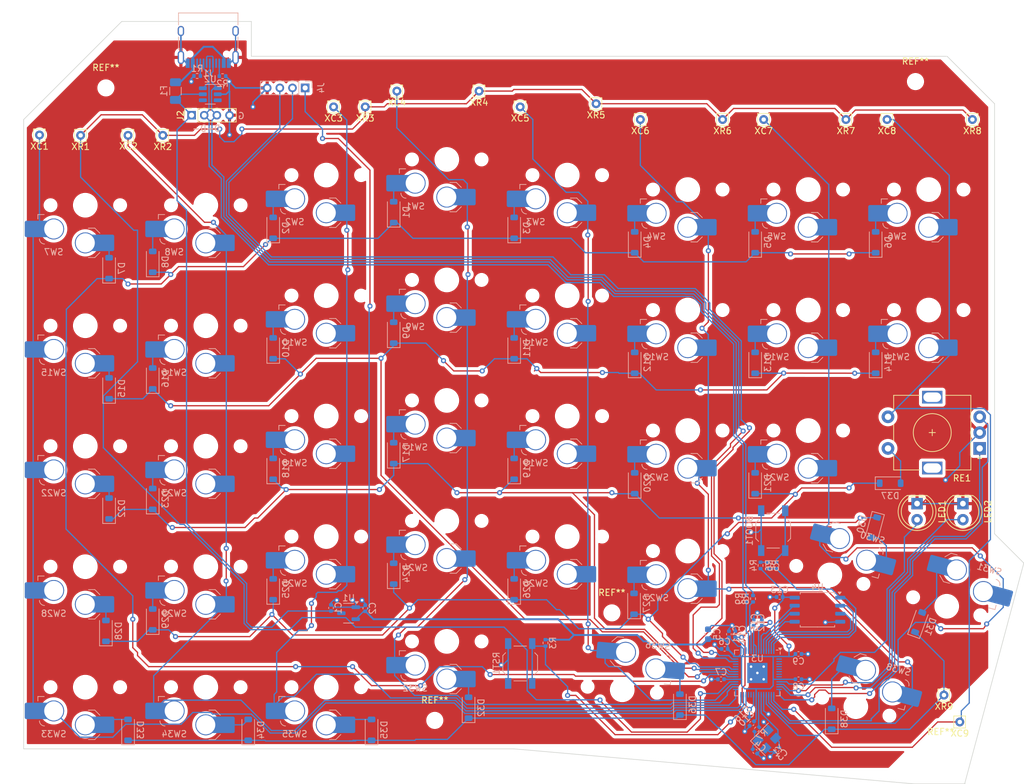
<source format=kicad_pcb>
(kicad_pcb (version 20240108) (generator "pcbnew") (generator_version "8.0")
  (layers (0 "F.Cu" signal) (31 "B.Cu" signal) (34 "B.Paste" user) (35 "F.Paste" user) (36 "B.SilkS" user "B.Silkscreen") (37 "F.SilkS" user "F.Silkscreen") (38 "B.Mask" user) (39 "F.Mask" user) (44 "Edge.Cuts" user))
  (net 0 "")
  (net 1 "GND")
  (net 2 "Net-(BOOT1-Pad2)")
  (net 3 "+5V")
  (net 4 "+3V3")
  (net 5 "XIN")
  (net 6 "Net-(C4-Pad2)")
  (net 7 "+1V1")
  (net 8 "Net-(D2-A)")
  (net 9 "Net-(D3-A)")
  (net 10 "Net-(D4-A)")
  (net 11 "Net-(D5-A)")
  (net 12 "Net-(D6-A)")
  (net 13 "Net-(D7-A)")
  (net 14 "Net-(D8-A)")
  (net 15 "Net-(D10-A)")
  (net 16 "Net-(D11-A)")
  (net 17 "Net-(D12-A)")
  (net 18 "Net-(D13-A)")
  (net 19 "Net-(D14-A)")
  (net 20 "Net-(D15-A)")
  (net 21 "Net-(D16-A)")
  (net 22 "Net-(D17-A)")
  (net 23 "Net-(D18-A)")
  (net 24 "Net-(D19-A)")
  (net 25 "Net-(D20-A)")
  (net 26 "Net-(D21-A)")
  (net 27 "Net-(D22-A)")
  (net 28 "Net-(D23-A)")
  (net 29 "Net-(D24-A)")
  (net 30 "Net-(D25-A)")
  (net 31 "Net-(D26-A)")
  (net 32 "Net-(D27-A)")
  (net 33 "Net-(D28-A)")
  (net 34 "Net-(D29-A)")
  (net 35 "Net-(D30-A)")
  (net 36 "Net-(D31-A)")
  (net 37 "Net-(D32-A)")
  (net 38 "Net-(D33-A)")
  (net 39 "Net-(D34-A)")
  (net 40 "Net-(D35-A)")
  (net 41 "Net-(D36-A)")
  (net 42 "VBUS")
  (net 44 "Net-(J1-CC1)")
  (net 45 "D-")
  (net 46 "D+")
  (net 48 "Net-(J1-CC2)")
  (net 49 "SWD")
  (net 50 "SWC")
  (net 51 "RESET")
  (net 52 "Net-(R4-Pad1)")
  (net 53 "Q_SEL")
  (net 54 "XOUT")
  (net 55 "Net-(U3-USB_DP)")
  (net 56 "Net-(U3-USB_DM)")
  (net 59 "LED1")
  (net 60 "Q_IO0")
  (net 61 "Q_IO3")
  (net 62 "en_B")
  (net 63 "en_A")
  (net 64 "RX0")
  (net 65 "Q_IO1")
  (net 66 "Q_IO2")
  (net 67 "Q_CLK")
  (net 68 "TX0")
  (net 69 "Net-(D1-A)")
  (net 70 "Net-(D9-A)")
  (net 71 "LED2")
  (net 72 "Net-(D37-A)")
  (net 73 "Net-(D38-A)")
  (net 80 "C1")
  (net 81 "C2")
  (net 82 "C3")
  (net 83 "C4")
  (net 84 "C5")
  (net 85 "C6")
  (net 86 "C7")
  (net 87 "C8")
  (net 88 "R1")
  (net 89 "R2")
  (net 90 "R3")
  (net 91 "R4")
  (net 92 "R5")
  (net 93 "R6")
  (footprint "Connector_Pin:Pin_D0.7mm_L6.5mm_W1.8mm_FlatFork" (layer "F.Cu") (at 99.5 35.5)
    (property "Reference" "XC4")
    (property "Value" "Conn_01x01_Pin")
  )
  (footprint "Connector_Pin:Pin_D0.7mm_L6.5mm_W1.8mm_FlatFork" (layer "F.Cu") (at 177 40)
    (property "Reference" "XC8")
    (property "Value" "Conn_01x01_Pin")
  )
  (footprint "MountingHole:MountingHole_2.2mm_M2" (layer "F.Cu") (at 105.5 135)
    (property "Reference" "REF**")
    (property "Value" "MountingHole_2.2mm_M2")
  )
  (footprint "Connector_Pin:Pin_D0.7mm_L6.5mm_W1.8mm_FlatFork" (layer "F.Cu") (at 190.5 40)
    (property "Reference" "XR8")
    (property "Value" "Conn_01x01_Pin")
  )
  (footprint "Connector_Pin:Pin_D0.7mm_L6.5mm_W1.8mm_FlatFork" (layer "F.Cu") (at 188.5 135.25)
    (property "Reference" "XC9")
    (property "Value" "Conn_01x01_Pin")
  )
  (footprint "Connector_Pin:Pin_D0.7mm_L6.5mm_W1.8mm_FlatFork" (layer "F.Cu") (at 62.5 42.5)
    (property "Reference" "XR2")
    (property "Value" "Conn_01x01_Pin")
  )
  (footprint "Connector_Pin:Pin_D0.7mm_L6.5mm_W1.8mm_FlatFork" (layer "F.Cu") (at 89.5 38)
    (property "Reference" "XC3")
    (property "Value" "Conn_01x01_Pin")
  )
  (footprint "Connector_Pin:Pin_D0.7mm_L6.5mm_W1.8mm_FlatFork" (layer "F.Cu") (at 119 38)
    (property "Reference" "XC5")
    (property "Value" "Conn_01x01_Pin")
  )
  (footprint "Connector_Pin:Pin_D0.7mm_L6.5mm_W1.8mm_FlatFork" (layer "F.Cu") (at 112.5 35.5)
    (property "Reference" "XR4")
    (property "Value" "Conn_01x01_Pin")
  )
  (footprint "Connector_Pin:Pin_D0.7mm_L6.5mm_W1.8mm_FlatFork" (layer "F.Cu") (at 94.5 38)
    (property "Reference" "XR3")
    (property "Value" "Conn_01x01_Pin")
  )
  (footprint "Connector_Pin:Pin_D0.7mm_L6.5mm_W1.8mm_FlatFork" (layer "F.Cu") (at 170.5 40)
    (property "Reference" "XR7")
    (property "Value" "Conn_01x01_Pin")
  )
  (footprint "MountingHole:MountingHole_2.2mm_M2" (layer "F.Cu") (at 181.5 34)
    (property "Reference" "REF**")
    (property "Value" "MountingHole_2.2mm_M2")
  )
  (footprint "MountingHole:MountingHole_2.2mm_M2" (layer "F.Cu") (at 185.5 140)
    (property "Reference" "REF**")
    (property "Value" "MountingHole_2.2mm_M2")
  )
  (footprint "Connector_Pin:Pin_D0.7mm_L6.5mm_W1.8mm_FlatFork" (layer "F.Cu") (at 43 42.446388)
    (property "Reference" "XC1")
    (property "Value" "Conn_01x01_Pin")
  )
  (footprint "Connector_Pin:Pin_D0.7mm_L6.5mm_W1.8mm_FlatFork" (layer "F.Cu") (at 57 42.5)
    (property "Reference" "XC2")
    (property "Value" "Conn_01x01_Pin")
  )
  (footprint "Connector_Pin:Pin_D0.7mm_L6.5mm_W1.8mm_FlatFork" (layer "F.Cu") (at 157.5 40)
    (property "Reference" "XC7")
    (property "Value" "Conn_01x01_Pin")
  )
  (footprint "Rotary_Encoder:RotaryEncoder_Alps_EC11E-Switch_Vertical_H20mm" (layer "F.Cu") (at 191.649997 92.000014 180)
    (property "Reference" "RE1")
    (property "Value" "RotaryEncoder_Switch")
  )
  (footprint "Connector_PinSocket_2.00mm:PinSocket_1x04_P2.00mm_Vertical" (layer "F.Cu") (at 67.043765 39.318552 90)
    (property "Reference" "J2")
    (property "Value" "Conn_01x04")
  )
  (footprint "MountingHole:MountingHole_2.2mm_M2" (layer "F.Cu") (at 53.5 35)
    (property "Reference" "REF**")
    (property "Value" "MountingHole_2.2mm_M2")
  )
  (footprint "Connector_Pin:Pin_D0.7mm_L6.5mm_W1.8mm_FlatFork" (layer "F.Cu") (at 138 40)
    (property "Reference" "XC6")
    (property "Value" "Conn_01x01_Pin")
  )
  (footprint "MountingHole:MountingHole_2.2mm_M2" (layer "F.Cu") (at 133.5 118)
    (property "Reference" "REF**")
    (property "Value" "MountingHole_2.2mm_M2")
  )
  (footprint "Connector_Pin:Pin_D0.7mm_L6.5mm_W1.8mm_FlatFork" (layer "F.Cu") (at 131 37.5)
    (property "Reference" "XR5")
    (property "Value" "Conn_01x01_Pin")
  )
  (footprint "Connector_Pin:Pin_D0.7mm_L6.5mm_W1.8mm_FlatFork" (layer "F.Cu") (at 49.5 42.5)
    (property "Reference" "XR1")
    (property "Value" "Conn_01x01_Pin")
  )
  (footprint "Connector_Pin:Pin_D0.7mm_L6.5mm_W1.8mm_FlatFork" (layer "F.Cu") (at 151 40)
    (property "Reference" "XR6")
    (property "Value" "Conn_01x01_Pin")
  )
  (footprint "LED_THT:LED_D5.0mm" (layer "F.Cu") (at 189.000003 100.724996 -90)
    (property "Reference" "LED2")
    (property "Value" "LED")
  )
  (footprint "Connector_Pin:Pin_D0.7mm_L6.5mm_W1.8mm_FlatFork" (layer "F.Cu") (at 186 131)
    (property "Reference" "XR9")
    (property "Value" "Conn_01x01_Pin")
  )
  (footprint "LED_THT:LED_D5.0mm" (layer "F.Cu") (at 181.750002 100.724999 -90)
    (property "Reference" "LED1")
    (property "Value" "LED")
  )
  (footprint "PCM_marbastlib-choc:SW_choc_v1_HS_CPG135001S30_1u" (layer "B.Cu") (at 183.595 70.1235 180)
    (property "Reference" "SW14")
    (property "Value" "MX_SW_HS")
  )
  (footprint "Resistor_SMD:R_0402_1005Metric" (layer "B.Cu") (at 157 110.5 -90)
    (property "Reference" "R4")
    (property "Value" "5.1k")
  )
  (footprint "PCM_marbastlib-choc:SW_choc_v1_HS_CPG135001S30_1u" (layer "B.Cu") (at 50.245 72.6 180)
    (property "Reference" "SW15")
    (property "Value" "MX_SW_HS")
  )
  (footprint "Diode_SMD:D_SOD-123" (layer "B.Cu") (at 137.100003 97.5125 90)
    (property "Reference" "D20")
    (property "Value" "D_Small")
  )
  (footprint "PCM_marbastlib-choc:SW_choc_v1_HS_CPG135001S30_1u" (layer "B.Cu") (at 69.295 110.7 180)
    (property "Reference" "SW29")
    (property "Value" "MX_SW_HS")
  )
  (footprint "PCM_marbastlib-choc:SW_choc_v1_HS_CPG135001S30_1u" (layer "B.Cu") (at 50.245 129.75 180)
    (property "Reference" "SW33")
    (property "Value" "MX_SW_HS")
  )
  (footprint "Connector_USB:USB_C_Receptacle_HRO_TYPE-C-31-M-12" (layer "B.Cu") (at 69.68 27.049998)
    (property "Reference" "J1")
    (property "Value" "USB_C_Receptacle_USB2.0")
  )
  (footprint "PCM_marbastlib-choc:SW_choc_v1_HS_CPG135001S30_1u" (layer "B.Cu") (at 88.345 67.837499 180)
    (property "Reference" "SW10")
    (property "Value" "MX_SW_HS")
  )
  (footprint "PCM_marbastlib-choc:SW_choc_v1_HS_CPG135001S30_1u" (layer "B.Cu") (at 145.495 108.2235 180)
    (property "Reference" "SW27")
    (property "Value" "MX_SW_HS")
  )
  (footprint "Diode_SMD:D_SOD-123" (layer "B.Cu") (at 137.100003 78.4625 90)
    (property "Reference" "D12")
    (property "Value" "D_Small")
  )
  (footprint "Diode_SMD:D_SOD-123" (layer "B.Cu") (at 54 82.5 90)
    (property "Reference" "D15")
    (property "Value" "D_Small")
  )
  (footprint "Resistor_SMD:R_0402_1005Metric" (layer "B.Cu") (at 67.925685 33.114561 180)
    (property "Reference" "R1")
    (property "Value" "5.1k")
  )
  (footprint "PCM_marbastlib-choc:SW_choc_v1_HS_CPG135001S30_1u" (layer "B.Cu") (at 69.295 53.549999 180)
    (property "Reference" "SW8")
    (property "Value" "MX_SW_HS")
  )
  (footprint "PCM_marbastlib-choc:SW_choc_v1_HS_CPG135001S30_1u" (layer "B.Cu") (at 88.345 48.787499 180)
    (property "Reference" "SW2")
    (property "Value" "MX_SW_HS")
  )
  (footprint "PCM_marbastlib-choc:SW_choc_v1_HS_CPG135001S30_1u" (layer "B.Cu") (at 88.345 129.75 180)
    (property "Reference" "SW35")
    (property "Value" "MX_SW_HS")
  )
  (footprint "Package_DFN_QFN:QFN-56-1EP_7x7mm_P0.4mm_EP3.2x3.2mm" (layer "B.Cu") (at 156.5 127.5 180)
    (property "Reference" "U3")
    (property "Value" "RP2040")
  )
  (footprint "Diode_SMD:D_SOD-123" (layer "B.Cu") (at 156.150003 97.5125 90)
    (property "Reference" "D21")
    (property "Value" "D_Small")
  )
  (footprint "Diode_SMD:D_SOD-123" (layer "B.Cu") (at 60.900003 119.039 90)
    (property "Reference" "D29")
    (property "Value" "D_Small")
  )
  (footprint "Diode_SMD:D_SOD-123" (layer "B.Cu") (at 99.000003 111.8 90)
    (property "Reference" "D24")
    (property "Value" "D_Small")
  )
  (footprint "PCM_marbastlib-choc:SW_choc_v1_HS_CPG135001S30_1u" (layer "B.Cu") (at 186.436966 116.957725 -15)
    (property "Reference" "SW31")
    (property "Value" "MX_SW_HS")
  )
  (footprint "PCM_marbastlib-choc:SW_choc_v1_HS_CPG135001S30_1u" (layer "B.Cu") (at 126.445 67.837499 180)
    (property "Reference" "SW11")
    (property "Value" "MX_SW_HS")
  )
  (footprint "PCM_marbastlib-choc:SW_choc_v1_HS_CPG135001S30_1u" (layer "B.Cu") (at 164.545 51.0735 180)
    (property "Reference" "SW5")
    (property "Value" "MX_SW_HS")
  )
  (footprint "Diode_SMD:D_SOD-123" (layer "B.Cu") (at 76 136.5 90)
    (property "Reference" "D34")
    (property "Value" "D_Small")
  )
  (footprint "PCM_marbastlib-choc:SW_choc_v1_HS_CPG135001S30_1u" (layer "B.Cu") (at 183.595 51.0735 180)
    (property "Reference" "SW6")
    (property "Value" "MX_SW_HS")
  )
  (footprint "Diode_SMD:D_SOD-123" (layer "B.Cu") (at 60.900003 80.939 90)
    (property "Reference" "D16")
    (property "Value" "D_Small")
  )
  (footprint "PCM_marbastlib-choc:SW_choc_v1_HS_CPG135001S30_1u" (layer "B.Cu") (at 69.295 72.6 180)
    (property "Reference" "SW16")
    (property "Value" "MX_SW_HS")
  )
  (footprint "Capacitor_SMD:C_0402_1005Metric" (layer "B.Cu") (at 157.204712 119.525814 -90)
    (property "Reference" "C15")
    (property "Value" "100n")
  )
  (footprint "Button_Switch_SMD:SW_SPST_TL3342" (layer "B.Cu") (at 159 105 -90)
    (property "Reference" "BOOT1")
    (property "Value" "SW_Push")
  )
  (footprint "Diode_SMD:D_SOD-123" (layer "B.Cu") (at 137 116.5625 90)
    (property "Reference" "D27")
    (property "Value" "D_Small")
  )
  (footprint "PCM_marbastlib-choc:SW_choc_v1_HS_CPG135001S30_1.5u" (layer "B.Cu") (at 135.13735 130.158112 -5)
    (property "Reference" "SW36")
    (property "Value" "MX_SW_HS")
  )
  (footprint "PCM_marbastlib-choc:SW_choc_v1_HS_CPG135001S30_1u" (layer "B.Cu") (at 50.245 110.7 180)
    (property "Reference" "SW28")
    (property "Value" "MX_SW_HS")
  )
  (footprint "PCM_marbastlib-choc:SW_choc_v1_HS_CPG135001S30_1u" (layer "B.Cu") (at 164.545 89.1735 180)
    (property "Reference" "SW21")
    (property "Value" "MX_SW_HS")
  )
  (footprint "Diode_SMD:D_SOD-123" (layer "B.Cu") (at 99.000003 92.75 90)
    (property "Reference" "D17")
    (property "Value" "D_Small")
  )
  (footprint "PCM_marbastlib-choc:SW_choc_v1_HS_CPG135001S30_1u" (layer "B.Cu") (at 69.295 129.75 180)
    (property "Reference" "SW34")
    (property "Value" "MX_SW_HS")
  )
  (footprint "PCM_marbastlib-choc:SW_choc_v1_HS_CPG135001S30_1u" (layer "B.Cu") (at 172.065368 132.828125 -15)
    (property "Reference" "SW38")
    (property "Value" "MX_SW_HS")
  )
  (footprint "Diode_SMD:D_SOD-123" (layer "B.Cu") (at 60.900003 99.989 90)
    (property "Reference" "D23")
    (property "Value" "D_Small")
  )
  (footprint "PCM_marbastlib-choc:SW_choc_v1_HS_CPG135001S30_1u" (layer "B.Cu") (at 50.245 91.65 180)
    (property "Reference" "SW22")
    (property "Value" "MX_SW_HS")
  )
  (footprint "Resistor_SMD:R_0402_1005Metric" (layer "B.Cu") (at 71.939659 33.144076)
    (property "Reference" "R2")
    (property "Value" "5.1k")
  )
  (footprint "PCM_marbastlib-choc:SW_choc_v1_HS_CPG135001S30_1u" (layer "B.Cu") (at 126.445 48.787499 180)
    (property "Reference" "SW3")
    (property "Value" "MX_SW_HS")
  )
  (footprint "Capacitor_SMD:C_0402_1005Metric" (layer "B.Cu") (at 152 121.376773 90)
    (property "Reference" "C11")
    (property "Value" "100n")
  )
  (footprint "Capacitor_SMD:C_0402_1005Metric" (layer "B.Cu") (at 151.32 123.7 180)
    (property "Reference" "C6")
    (property "Value" "1u")
  )
  (footprint "Diode_SMD:D_SOD-123" (layer "B.Cu") (at 118.050003 114.2765 90)
    (property "Reference" "D26")
    (property "Value" "D_Small")
  )
  (footprint "PCM_marbastlib-choc:SW_choc_v1_HS_CPG135001S30_1u" (layer "B.Cu") (at 107.395 46.311 180)
    (property "Reference" "SW1")
    (property "Value" "MX_SW_HS")
  )
  (footprint "PCM_marbastlib-choc:SW_choc_v1_HS_CPG135001S30_1u" (layer "B.Cu") (at 167.960027 112 -15)
    (property "Reference" "SW30")
    (property "Value" "MX_SW_HS")
  )
  (footprint "PCM_marbastlib-choc:SW_choc_v1_HS_CPG135001S30_1u" (layer "B.Cu") (at 69.295 91.65 180)
    (property "Reference" "SW23")
    (property "Value" "MX_SW_HS")
  )
  (footprint "Capacitor_SMD:C_0402_1005Metric" (layer "B.Cu") (at 94.50745 117.274045 90)
    (property "Reference" "C2")
    (property "Value" "1u")
  )
  (footprint "PCM_marbastlib-choc:SW_choc_v1_HS_CPG135001S30_1u" (layer "B.Cu") (at 126.445 105.9375 180)
    (property "Reference" "SW26")
    (property "Value" "MX_SW_HS")
  )
  (footprint "Diode_SMD:D_SOD-123" (layer "B.Cu") (at 79.950003 57.126499 90)
    (property "Reference" "D2")
    (property "Value" "D_Small")
  )
  (footprint "Resistor_SMD:R_0402_1005Metric" (layer "B.Cu") (at 154.75 115.759108 -90)
    (property "Reference" "R9")
    (property "Value" "27")
  )
  (footprint "Capacitor_SMD:C_0402_1005Metric" (layer "B.Cu") (at 159.599874 139.61515 45)
    (property "Reference" "C3")
    (property "Value" "22p")
  )
  (footprint "Diode_SMD:D_SOD-123" (layer "B.Cu") (at 54 101.5 90)
    (property "Reference" "D22")
    (property "Value" "D_Small")
  )
  (footprint "Resistor_SMD:R_0402_1005Metric" (layer "B.Cu") (at 155.814639 115.759108 -90)
    (property "Reference" "R8")
    (property "Value" "27")
  )
  (footprint "Diode_SMD:D_SOD-123" (layer "B.Cu") (at 54 63.5 90)
    (property "Reference" "D7")
    (property "Value" "D_Small")
  )
  (footprint "Resistor_SMD:R_0402_1005Metric" (layer "B.Cu") (at 159.5 110.5 -90)
    (property "Reference" "R6")
    (property "Value" "1k")
  )
  (footprint "Diode_SMD:D_SOD-123" (layer "B.Cu") (at 175.200003 59.4125 90)
    (property "Reference" "D6")
    (property "Value" "D_Small")
  )
  (footprint "Fuse:Fuse_1206_3216Metric" (layer "B.Cu") (at 64.5 35.5 -90)
    (property "Reference" "F1")
    (property "Value" "Fuse_Small")
  )
  (footprint "Resistor_SMD:R_0402_1005Metric" (layer "B.Cu") (at 123 122.75 90)
    (property "Reference" "R3")
    (property "Value" "5.1k")
  )
  (footprint "Diode_SMD:D_SOD-123" (layer "B.Cu") (at 99.000003 54.65 90)
    (property "Reference" "D1")
    (property "Value" "D_Small")
  )
  (footprint "Capacitor_SMD:C_0402_1005Metric" (layer "B.Cu") (at 155.904662 119.546599 90)
    (property "Reference" "C12")
    (property "Value" "100n")
  )
  (footprint "Diode_SMD:D_SOD-123" (layer "B.Cu") (at 175.200003 78.4625 90)
    (property "Reference" "D14")
    (property "Value" "D_Small")
  )
  (footprint "Capacitor_SMD:C_0402_1005Metric" (layer "B.Cu") (at 156.116942 139.890118 135)
    (property "Reference" "C4")
    (property "Value" "22p")
  )
  (footprint "Diode_SMD:D_SOD-123" (layer "B.Cu") (at 168.25 134.75 90)
    (property "Reference" "D38")
    (property "Value" "D_Small")
  )
  (footprint "PCM_marbastlib-choc:SW_choc_v1_HS_CPG135001S30_1u" (layer "B.Cu") (at 107.395 122.511 180)
    (property "Reference" "SW32")
    (property "Value" "MX_SW_HS")
  )
  (footprint "Diode_SMD:D_SOD-123" (layer "B.Cu") (at 177.5 97.5)
    (property "Reference" "D37")
    (property "Value" "D_Small")
  )
  (footprint "Diode_SMD:D_SOD-123" (layer "B.Cu") (at 95.5 136.5 90)
    (property "Reference" "D35")
    (property "Value" "D_Small")
  )
  (footprint "Diode_SMD:D_SOD-123" (layer "B.Cu") (at 99.000003 73.7 90)
    (property "Reference" "D9")
    (property "Value" "D_Small")
  )
  (footprint "Capacitor_SMD:C_0402_1005Metric" (layer "B.Cu") (at 150.75 128.498855 180)
    (property "Reference" "C7")
    (property "Value" "100n")
  )
  (footprint "Resistor_SMD:R_0402_1005Metric" (layer "B.Cu") (at 156.412399 136.42362 45)
    (property "Reference" "R7")
    (property "Value" "1k")
  )
  (footprint "Capacitor_SMD:C_0402_1005Metric" (layer "B.Cu") (at 155.620954 135.5 -135)
    (property "Reference" "C10")
    (property "Value" "100n")
  )
  (footprint "PCM_marbastlib-various:SOT-23-6-routable" (layer "B.Cu") (at 70 36 180)
    (property "Reference" "U2")
    (property "Value" "SRV05-4")
  )
  (footprint "Diode_SMD:D_SOD-123" (layer "B.Cu") (at 175 104.5 -105)
    (property "Reference" "D30")
    (property "Value" "D_Small")
  )
  (footprint "Package_TO_SOT_SMD:SOT-23-3" (layer "B.Cu") (at 91.8625 118.05 180)
    (property "Reference" "U1")
    (property "Value" "XC6206PxxxMR")
  )
  (footprint "Diode_SMD:D_SOD-123" (layer "B.Cu") (at 110.838619 132.992997 90)
    (property "Reference" "D32")
    (property "Value" "D_Small")
  )
  (footprint "Diode_SMD:D_SOD-123" (layer "B.Cu") (at 156.150003 59.4125 90)
    (property "Reference" "D5")
    (property "Value" "D_Small")
  )
  (footprint "PCM_marbastlib-choc:SW_choc_v1_HS_CPG135001S30_1u" (layer "B.Cu") (at 88.345 86.8875 180)
    (property "Reference" "SW18")
    (property "Value" "MX_SW_HS")
  )
  (footprint "Diode_SMD:D_SOD-123" (layer "B.Cu") (at 79.950003 114.2765 90)
    (property "Reference" "D25")
    (property "Value" "D_Small")
  )
  (footprint "Diode_SMD:D_SOD-123" (layer "B.Cu") (at 118.050003 57.126499 90)
    (property "Reference" "D3")
    (property "Value" "D_Small")
  )
  (footprint "Diode_SMD:D_SOD-123" (layer "B.Cu") (at 60.900003 62.5 90)
    (property "Reference" "D8")
    (property "Value" "D_Small")
  )
  (footprint "Capacitor_SMD:C_0402_1005Metric" (layer "B.Cu") (at 89.088995 117.222683 90)
    (property "Reference" "C1")
    (property "Value" "1u")
  )
  (footprint "PCM_marbastlib-choc:SW_choc_v1_HS_CPG135001S30_1u" (layer "B.Cu") (at 145.495 51.0735 180)
    (property "Reference" "SW4")
    (property "Value" "MX_SW_HS")
  )
  (footprint "Diode_SMD:D_SOD-123" (layer "B.Cu") (at 53.5 120.85 90)
    (property "Reference" "D28")
    (property "Value" "D_Small" (hide yes))
  )
  (footprint "PCM_marbastlib-choc:SW_choc_v1_HS_CPG135001S30_1u" (layer "B.Cu") (at 88.345 105.9375 180)
    (property "Reference" "SW25")
    (property "Value" "MX_SW_HS")
  )
  (footprint "Diode_SMD:D_SOD-123" (layer "B.Cu") (at 118.050003 76.176499 90)
    (property "Reference" "D11")
    (property "Value" "D_Small")
  )
  (footprint "Capacitor_SMD:C_0402_1005Metric" (layer "B.Cu") (at 152.999998 121.376773 90)
    (property "Reference" "C14")
    (property "Value" "1u")
  )
  (footprint "Capacitor_SMD:C_0402_1005Metric" (layer "B.Cu") (at 160.020001 115.499999 180)
    (property "Reference" "C13")
    (property "Value" "1u")
  )
  (footprint "PCM_marbastlib-choc:SW_choc_v1_HS_CPG135001S30_1u" (layer "B.Cu") (at 107.395 103.461 180)
    (property "Reference" "SW24")
    (property "Value" "MX_SW_HS")
  )
  (footprint "Capacitor_SMD:C_0603_1608Metric" (layer "B.Cu") (at 148.702595 121.376773 90)
    (property "Reference" "C5")
    (property "Value" "10u")
  )
  (footprint "PCM_marbastlib-choc:SW_choc_v1_HS_CPG135001S30_1u" (layer "B.Cu") (at 164.545 70.1235 180)
    (property "Reference" "SW13")
    (property "Value" "MX_SW_HS")
  )
  (footprint "Crystal:Crystal_SMD_3225-4Pin_3.2x2.5mm" (layer "B.Cu") (at 158 138 45)
    (property "Reference" "Y1")
    (property "Value" "Crystal_GND24")
  )
  (footprint "PCM_marbastlib-choc:SW_choc_v1_HS_CPG135001S30_1u" (layer "B.Cu") (at 107.395 84.411 180)
    (property "Reference" "SW17")
    (property "Value" "MX_SW_HS")
  )
  (footprint "Resistor_SMD:R_0402_1005Metric" (layer "B.Cu") (at 158.210551 110.51877 90)
    (property "Reference" "R5")
    (property "Value" "5.1k")
  )
  (footprint "Diode_SMD:D_SOD-123" (layer "B.Cu") (at 118.050003 95.2265 90)
    (property "Reference" "D19")
    (property "Value" "D_Small")
  )
  (footprint "Capacitor_SMD:C_0402_1005Metric" (layer "B.Cu") (at 154.88878 134.789598 -135)
    (property "Reference" "C16")
    (property "Value" "100n")
  )
  (footprint "PCM_marbastlib-choc:SW_choc_v1_HS_CPG135001S30_1u" (layer "B.Cu") (at 145.495 70.1235 180)
    (property "Reference" "SW12")
    (property "Value" "MX_SW_HS")
  )
  (footprint "Button_Switch_SMD:SW_SPST_TL3342" (layer "B.Cu") (at 119 126 -90)
    (property "Reference" "RST1")
    (property "Value" "SW_Push")
  )
  (footprint "Diode_SMD:D_SOD-123" (layer "B.Cu") (at 144.253049 132.5 90)
    (property "Reference" "D36")
    (property "Value" "D_Small")
  )
  (footprint "PCM_marbastlib-choc:SW_choc_v1_HS_CPG135001S30_1u" (layer "B.Cu") (at 107.395 65.361 180)
    (property "Reference" "SW9")
    (property "Value" "MX_SW_HS")
  )
  (footprint "Diode_SMD:D_SOD-123" (layer "B.Cu") (at 79.950003 95.2265 90)
    (property "Reference" "D18")
    (property "Value" "D_Small")
  )
  (footprint "Connector_PinSocket_2.00mm:PinSocket_1x04_P2.00mm_Vertical" (layer "B.Cu") (at 84.999999 35 90)
    (property "Reference" "J4")
    (property "Value" "AudioJack4")
  )
  (footprint "PCM_marbastlib-choc:SW_choc_v1_HS_CPG135001S30_1u" (layer "B.Cu") (at 126.445 86.8875 180)
    (property "Reference" "SW19")
    (property "Value" "MX_SW_HS")
  )
  (footprint "Diode_SMD:D_SOD-123" (layer "B.Cu") (at 79.950003 76.176499 90)
    (property "Reference" "D10")
    (property "Value" "D_Small")
  )
  (footprint "Capacitor_SMD:C_0402_1005Metric" (layer "B.Cu") (at 163 128.5)
    (property "Reference" "C8")
    (property "Value" "100n")
  )
  (footprint "Package_SO:SOIC-8_5.23x5.23mm_P1.27mm" (layer "B.Cu") (at 166 117.5 180)
    (property "Reference" "U4")
    (property "Value" "W25Q128JVS")
  )
  (footprint "Diode_SMD:D_SOD-123" (layer "B.Cu") (at 137.100003 59.4125 90)
    (property "Reference" "D4")
    (property "Value" "D_Small")
  )
  (footprint "Diode_SMD:D_SOD-123" (layer "B.Cu") (at 181.999698 119.493112 70)
    (property "Reference" "D31")
    (property "Value" "D_Small")
  )
  (footprint "Diode_SMD:D_SOD-123" (layer "B.Cu") (at 57 136.5 90)
    (property "Reference" "D33")
    (property "Value" "D_Small")
  )
  (footprint "PCM_marbastlib-choc:SW_choc_v1_HS_CPG135001S30_1u" (layer "B.Cu") (at 50.245 53.549999 180)
    (property "Reference" "SW7")
    (property "Value" "MX_SW_HS")
  )
  (footprint "Capacitor_SMD:C_0402_1005Metric" (layer "B.Cu") (at 163 124.5)
    (property "Reference" "C9")
    (property "Value" "100n")
  )
  (footprint "Diode_SMD:D_SOD-123" (layer "B.Cu") (at 156.150003 78.4625 90)
    (property "Reference" "D13")
    (property "Value" "D_Small")
  )
  (footprint "PCM_marbastlib-choc:SW_choc_v1_HS_CPG135001S30_1u" (layer "B.Cu") (at 145.495 89.1735 180)
    (property "Reference" "SW20")
    (property "Value" "MX_SW_HS")
  )
  (gr_line (start 118 139.5) (end 181.258362 145.034386) (stroke (width 0.1)) (layer "Edge.Cuts"))
  (gr_line (start 40.5 139.5) (end 40.5 40) (stroke (width 0.1)) (layer "Edge.Cuts"))
  (gr_line (start 189.311924 145.034386) (end 189.311924 144.897587) (stroke (width 0.1)) (layer "Edge.Cuts"))
  (gr_line (start 76.5 30) (end 184.5 30) (stroke (width 0.1)) (layer "Edge.Cuts"))
  (gr_line (start 40.5 40) (end 56 24.5) (stroke (width 0.1)) (layer "Edge.Cuts"))
  (gr_line (start 198.624257 110.124257) (end 194 105.5) (stroke (width 0.1)) (layer "Edge.Cuts"))
  (gr_line (start 186.5 30) (end 184.5 30) (stroke (width 0.1)) (layer "Edge.Cuts"))
  (gr_line (start 76.5 24.5) (end 76.5 30) (stroke (width 0.1)) (layer "Edge.Cuts"))
  (gr_line (start 40.5 139.5) (end 118 139.5) (stroke (width 0.1)) (layer "Edge.Cuts"))
  (gr_line (start 181.258362 145.034386) (end 189.311924 145.034386) (stroke (width 0.1)) (layer "Edge.Cuts"))
  (gr_line (start 194 37.5) (end 186.5 30) (stroke (width 0.1)) (layer "Edge.Cuts"))
  (gr_line (start 194 37.5) (end 194 105.5) (stroke (width 0.1)) (layer "Edge.Cuts"))
  (gr_line (start 56 24.5) (end 76.5 24.5) (stroke (width 0.1)) (layer "Edge.Cuts"))
  (gr_line (start 189.306771 144.897587) (end 198.624257 110.124257) (stroke (width 0.1)) (layer "Edge.Cuts"))
  (gr_text "G" (at 75.5 40 -0) (layer "B.SilkS") (effects (font (size 1 1)) (justify left bottom mirror)))
  (gr_text "D+" (at 71.700318 41.988106 -0) (layer "B.SilkS") (effects (font (size 1 1)) (justify left bottom mirror)))
  (gr_text "D-" (at 69.5 42 -0) (layer "B.SilkS") (effects (font (size 1 1)) (justify left bottom mirror)))
  (segment (start 156.75 135.5) (end 157.25 135.5) (width 0.2) (layer "F.Cu") (net 1))
  (segment (start 92.5 116) (end 94 116) (width 0.2) (layer "F.Cu") (net 1))
  (segment (start 186.25 97) (end 189.000003 99.750003) (width 0.2) (layer "F.Cu") (net 1))
  (segment (start 74 33) (end 74 30.179998) (width 0.25) (layer "F.Cu") (net 1))
  (segment (start 186.25 97) (end 186.225001 97) (width 0.2) (layer "F.Cu") (net 1))
  (segment (start 158.25 134) (end 161.25 137) (width 0.2) (layer "F.Cu") (net 1))
  (segment (start 157.25 135.5) (end 157.5 135.25) (width 0.2) (layer "F.Cu") (net 1))
  (segment (start 161.25 137) (end 161.25 138) (width 0.2) (layer "F.Cu") (net 1))
  (segment (start 157.5 135.25) (end 157.5 134.75) (width 0.2) (layer "F.Cu") (net 1))
  (segment (start 157 140.75) (end 154.5 138.25) (width 0.2) (layer "F.Cu") (net 1))
  (segment (start 189.000003 99.750003) (end 189.000003 100.724996) (width 0.2) (layer "F.Cu") (net 1))
  (segment (start 156.5 135.75) (end 156.75 135.5) (width 0.2) (layer "F.Cu") (net 1))
  (segment (start 65.359999 32.359999) (end 67 34) (width 0.25) (layer "F.Cu") (net 1))
  (segment (start 158.25 141) (end 157.5 141) (width 0.2) (layer "F.Cu") (net 1))
  (segment (start 158.5 140.75) (end 158.25 141) (width 0.2) (layer "F.Cu") (net 1))
  (segment (start 155.5 135.75) (end 156.5 135.75) (width 0.2) (layer "F.Cu") (net 1))
  (segment (start 157.25 140.75) (end 157 140.75) (width 0.2) (layer "F.Cu") (net 1))
  (segment (start 65.359999 30.179999) (end 65.359999 32.359999) (width 0.25) (layer "F.Cu") (net 1))
  (segment (start 157.5 134.75) (end 158.25 134) (width 0.2) (layer "F.Cu") (net 1))
  (segment (start 73 34) (end 74 33) (width 0.25) (layer "F.Cu") (net 1))
  (segment (start 154.5 138.25) (end 154.5 136.75) (width 0.2) (layer "F.Cu") (net 1))
  (segment (start 90 116) (end 92.5 116) (width 0.2) (layer "F.Cu") (net 1))
  (segment (start 67 34) (end 73 34) (width 0.25) (layer "F.Cu") (net 1))
  (segment (start 186.225001 97) (end 182.500002 100.724999) (width 0.2) (layer "F.Cu") (net 1))
  (segment (start 154.5 136.75) (end 155.5 135.75) (width 0.2) (layer "F.Cu") (net 1))
  (segment (start 157.5 141) (end 157.25 140.75) (width 0.2) (layer "F.Cu") (net 1))
  (segment (start 161.25 138) (end 158.5 140.75) (width 0.2) (layer "F.Cu") (net 1))
  (via (at 73 34) (size 0.8) (drill 0.4) (layers "F.Cu" "B.Cu") (net 1))
  (via (at 157.5 135.25) (size 0.8) (drill 0.4) (layers "F.Cu" "B.Cu") (net 1))
  (via (at 90 116) (size 0.8) (drill 0.4) (layers "F.Cu" "B.Cu") (net 1))
  (via (at 154.5 136.75) (size 0.8) (drill 0.4) (layers "F.Cu" "B.Cu") (net 1))
  (via (at 167.25 119.5) (size 0.8) (drill 0.4) (layers "F.Cu" "B.Cu") (net 1))
  (via (at 155.5 128.5) (size 0.8) (drill 0.4) (layers "F.Cu" "B.Cu") (net 1))
  (via (at 158.25 134) (size 0.8) (drill 0.4) (layers "F.Cu" "B.Cu") (net 1))
  (via (at 164.75 128.5) (size 0.8) (drill 0.4) (layers "F.Cu" "B.Cu") (net 1))
  (via (at 149.75 123) (size 0.8) (drill 0.4) (layers "F.Cu" "B.Cu") (net 1))
  (via (at 157.5 141) (size 0.8) (drill 0.4) (layers "F.Cu" "B.Cu") (net 1))
  (via (at 164.5 124.5) (size 0.8) (drill 0.4) (layers "F.Cu" "B.Cu") (net 1))
  (via (at 156.5 118) (size 0.8) (drill 0.4) (layers "F.Cu" "B.Cu") (net 1))
  (via (at 158.5 115.5) (size 0.8) (drill 0.4) (layers "F.Cu" "B.Cu") (net 1))
  (via (at 157.5 126.5) (size 0.8) (drill 0.4) (layers "F.Cu" "B.Cu") (net 1))
  (via (at 157.5 128.5) (size 0.8) (drill 0.4) (layers "F.Cu" "B.Cu") (net 1))
  (via (at 76.75 38) (size 0.8) (drill 0.4) (layers "F.Cu" "B.Cu") (net 1))
  (via (at 67 34) (size 0.8) (drill 0.4) (layers "F.Cu" "B.Cu") (net 1))
  (via (at 152.5 120) (size 0.8) (drill 0.4) (layers "F.Cu" "B.Cu") (net 1))
  (via (at 92.5 116) (size 0.8) (drill 0.4) (layers "F.Cu" "B.Cu") (net 1))
  (via (at 186.25 97) (size 0.8) (drill 0.4) (layers "F.Cu" "B.Cu") (net 1))
  (via (at 149.25 128.5) (size 0.8) (drill 0.4) (layers "F.Cu" "B.Cu") (net 1))
  (via (at 94 116) (size 0.8) (drill 0.4) (layers "F.Cu" "B.Cu") (net 1))
  (via (at 156.5 127.5) (size 0.8) (drill 0.4) (layers "F.Cu" "B.Cu") (net 1))
  (via (at 155.5 126.5) (size 0.8) (drill 0.4) (layers "F.Cu" "B.Cu") (net 1))
  (via (at 73.044664 42.426621) (size 0.8) (drill 0.4) (layers "F.Cu" "B.Cu") (net 1))
  (via (at 116 126.25) (size 0.8) (drill 0.4) (layers "F.Cu" "B.Cu") (net 1))
  (via (at 155.5 105.25) (size 0.8) (drill 0.4) (layers "F.Cu" "B.Cu") (net 1))
  (via (at 158.5 140.75) (size 0.8) (drill 0.4) (layers "F.Cu" "B.Cu") (net 1))
  (segment (start 157.5 135.24372) (end 157.471601 135.215321) (width 0.2) (layer "B.Cu") (net 1))
  (segment (start 157.50628 135.25) (end 157.5 135.25) (width 0.2) (layer "B.Cu") (net 1))
  (segment (start 67 34) (end 67 33.530246) (width 0.25) (layer "B.Cu") (net 1))
  (segment (start 94.507452 116.507452) (end 94 116) (width 0.2) (layer "B.Cu") (net 1))
  (segment (start 117.099996 125.25) (end 117.099996 125.400004) (width 0.2) (layer "B.Cu") (net 1))
  (segment (start 157.204713 119.045815) (end 157.204713 118.704713) (width 0.2) (layer "B.Cu") (net 1))
  (segment (start 157.100004 108.149995) (end 157.100004 104.75) (width 0.2) (layer "B.Cu") (net 1))
  (segment (start 89.088996 116.742684) (end 89.088996 116.411004) (width 0.2) (layer "B.Cu") (net 1))
  (segment (start 155.904664 118.595336) (end 155.904664 119.0666) (width 0.2) (layer "B.Cu") (net 1))
  (segment (start 117.099996 122.849998) (end 117.099996 125.25) (width 0.2) (layer "B.Cu") (net 1))
  (segment (start 116.75 125.75) (end 116.25 126.25) (width 0.2) (layer "B.Cu") (net 1))
  (segment (start 156.5 118) (end 155.904664 118.595336) (width 0.2) (layer "B.Cu") (net 1))
  (segment (start 93 117.1) (end 94.201498 117.1) (width 0.2) (layer "B.Cu") (net 1))
  (segment (start 158.176778 136.621138) (end 158.176778 135.920498) (width 0.2) (layer "B.Cu") (net 1))
  (segment (start 159.540002 115.499998) (end 158.500002 115.499998) (width 0.2) (layer "B.Cu") (net 1))
  (segment (start 191.649997 89.500018) (end 188.5 92.650015) (width 0.2) (layer "B.Cu") (net 1))
  (segment (start 157.100004 104.75) (end 156.600004 105.25) (width 0.2) (layer "B.Cu") (net 1))
  (segment (start 152.500722 120) (end 152.5 120) (width 0.2) (layer "B.Cu") (net 1))
  (segment (start 73.085 31.094998) (end 74 30.179998) (width 0.25) (layer "B.Cu") (net 1))
  (segment (start 94.507452 116.794046) (end 94.507452 116.507452) (width 0.2) (layer "B.Cu") (net 1))
  (segment (start 116.25 126.25) (end 116 126.25) (width 0.2) (layer "B.Cu") (net 1))
  (segment (start 66.275 31.095) (end 65.359999 30.179999) (width 0.25) (layer "B.Cu") (net 1))
  (segment (start 148.702589 120.601773) (end 148.702589 120.547411) (width 0.2) (layer "B.Cu") (net 1))
  (segment (start 89.6 117.1) (end 93 117.1) (width 0.2) (layer "B.Cu") (net 1))
  (segment (start 152.5 120.000722) (end 152.000002 120.50072) (width 0.2) (layer "B.Cu") (net 1))
  (segment (start 149.251145 128.498855) (end 149.25 128.5) (width 0.2) (layer "B.Cu") (net 1))
  (segment (start 152.000002 120.50072) (end 152.000002 120.896774) (width 0.2) (layer "B.Cu") (net 1))
  (segment (start 74.000003 35.000003) (end 78.999998 35.000003) (width 0.25) (layer "B.Cu") (net 1))
  (segment (start 154.549369 135.129008) (end 154.549369 136.700631) (width 0.2) (layer "B.Cu") (net 1))
  (segment (start 188.5 94.75) (end 186.25 97) (width 0.2) (layer "B.Cu") (net 1))
  (segment (start 157.22682 141) (end 156.456357 140.229537) (width 0.2) (layer "B.Cu") (net 1))
  (segment (start 163.479999 124.500001) (end 164.5 124.5) (width 0.2) (layer "B.Cu") (net 1))
  (segment (start 157.307032 139.378862) (end 156.456357 140.229537) (width 0.2) (layer "B.Cu") (net 1))
  (segment (start 150.84 123.7) (end 150.45 123.7) (width 0.2) (layer "B.Cu") (net 1))
  (segment (start 157.823222 139.378862) (end 157.307032 139.378862) (width 0.2) (layer "B.Cu") (net 1))
  (segment (start 169.6 119.405) (end 167.25 119.5) (width 0.2) (layer "B.Cu") (net 1))
  (segment (start 72.930002 31.094998) (end 73.085 31.094998) (width 0.25) (layer "B.Cu") (net 1))
  (segment (start 156.600004 105.25) (end 155.5 105.25) (width 0.2) (layer "B.Cu") (net 1))
  (segment (start 157.798571 135.542291) (end 157.50628 135.25) (width 0.2) (layer "B.Cu") (net 1))
  (segment (start 73 34) (end 74.000003 35.000003) (width 0.25) (layer "B.Cu") (net 1))
  (segment (start 73.044664 42.426621) (end 73.043765 42.220741) (width 0.25) (layer "B.Cu") (net 1))
  (segment (start 89.242684 116.742684) (end 89.6 117.1) (width 0.2) (layer "B.Cu") (net 1))
  (segment (start 158.5 140.75) (end 158.5 140.715023) (width 0.2) (layer "B.Cu") (net 1))
  (segment (start 157.5 141) (end 157.22682 141) (width 0.2) (layer "B.Cu") (net 1))
  (segment (start 93 116.5) (end 92.5 116) (width 0.2) (layer "B.Cu") (net 1))
  (segment (start 157.100004 101.850006) (end 157.099993 101.849995) (width 0.2) (layer "B.Cu") (net 1))
  (segment (start 153 120.414694) (end 152.543014 119.957708) (width 0.2) (layer "B.Cu") (net 1))
  (segment (start 73.043765 39.318552) (end 73.044664 42.426621) (width 0.25) (layer "B.Cu") (net 1))
  (segment (start 66.429999 31.095) (end 66.275 31.095) (width 0.25) (layer "B.Cu") (net 1))
  (segment (start 72.5 36) (end 71.175 36) (width 0.25) (layer "B.Cu") (net 1))
  (segment (start 73 35.5) (end 72.5 36) (width 0.25) (layer "B.Cu") (net 1))
  (segment (start 149.25 120) (end 152.5 120) (width 0.2) (layer "B.Cu") (net 1))
  (segment (start 154.549369 136.700631) (end 154.5 136.75) (width 0.2) (layer "B.Cu") (net 1))
  (segment (start 159.26046 139.954563) (end 158.398923 139.954563) (width 0.2) (layer "B.Cu") (net 1))
  (segment (start 158.5 140.715023) (end 159.26046 139.954563) (width 0.2) (layer "B.Cu") (net 1))
  (segment (start 182.500002 100.724999) (end 189 100.724999) (width 0.2) (layer "B.Cu") (net 1))
  (segment (start 117.099996 125.400004) (end 116.75 125.75) (width 0.2) (layer "B.Cu") (net 1))
  (segment (start 157.204713 118.704713) (end 156.5 118) (width 0.2) (layer "B.Cu") (net 1))
  (segment (start 73 33.694417) (end 72.449659 33.144076) (width 0.25) (layer "B.Cu") (net 1))
  (segment (start 65.359999 30.179999) (end 65.36 25.999998) (width 0.25) (layer "B.Cu") (net 1))
  (segment (start 157.5 135.25) (end 157.5 135.24372) (width 0.2) (layer "B.Cu") (net 1))
  (segment (start 94.201498 117.1) (end 94.507452 116.794046) (width 0.2) (layer "B.Cu") (net 1))
  (segment (start 74.000002 25.999998) (end 74.000002 30.179996) (width 0.2) (layer "B.Cu") (net 1))
  (segment (start 117.100004 126.850004) (end 117.100004 129.149999) (width 0.2) (layer "B.Cu") (net 1))
  (segment (start 89.5 116) (end 90 116) (width 0.2) (layer "B.Cu") (net 1))
  (segment (start 188.5 92.650015) (end 188.5 94.75) (width 0.2) (layer "B.Cu") (net 1))
  (segment (start 117.099996 125.400004) (end 117.099996 126.849996) (width 0.2) (layer "B.Cu") (net 1))
  (segment (start 163.479999 128.500001) (end 164.75 128.5) (width 0.2) (layer "B.Cu") (net 1))
  (segment (start 67 33.530246) (end 67.415685 33.114561) (width 0.25) (layer "B.Cu") (net 1))
  (segment (start 73.043765 35.543765) (end 73.043765 39.318552) (width 0.25) (layer "B.Cu") (net 1))
  (segment (start 93 117.1) (end 93 116.5) (width 0.2) (layer "B.Cu") (net 1))
  (segment (start 155.281543 135.968457) (end 154.5 136.75) (width 0.2) (layer "B.Cu") (net 1))
  (segment (start 189 100.724999) (end 189.000003 100.724996) (width 0.2) (layer "B.Cu") (net 1))
  (segment (start 148.702589 120.547411) (end 149.25 120) (width 0.2) (layer "B.Cu") (net 1))
  (segment (start 167.25 119.5) (end 167.25 119.405) (width 0.2) (layer "B.Cu") (net 1))
  (segment (start 155.281543 135.83941) (end 155.281543 135.968457) (width 0.2) (layer "B.Cu") (net 1))
  (segment (start 152.543014 119.957708) (end 152.500722 120) (width 0.2) (layer "B.Cu") (net 1))
  (segment (start 158.176778 135.920498) (end 157.798571 135.542291) (width 0.2) (layer "B.Cu") (net 1))
  (segment (start 78.999998 35.000003) (end 76.75 37.250001) (width 0.25) (layer "B.Cu") (net 1))
  (segment (start 158.500002 115.499998) (end 158.5 115.5) (width 0.2) (layer "B.Cu") (net 1))
  (segment (start 73 34) (end 73 33.694417) (width 0.25) (layer "B.Cu") (net 1))
  (segment (start 76.75 37.250001) (end 76.75 38) (width 0.25) (layer "B.Cu") (net 1))
  (segment (start 89.088996 116.742684) (end 89.242684 116.742684) (width 0.2) (layer "B.Cu") (net 1))
  (segment (start 186.25 97) (end 186.375 96.875) (width 0.2) (layer "B.Cu") (net 1))
  (segment (start 157.100004 104.75) (end 157.100004 101.850006) (width 0.2) (layer "B.Cu") (net 1))
  (segment (start 74.000002 30.179996) (end 74 30.179998) (width 0.2) (layer "B.Cu") (net 1))
  (segment (start 150.27 128.498855) (end 149.251145 128.498855) (width 0.2) (layer "B.Cu") (net 1))
  (segment (start 153 120.896774) (end 153 120.414694) (width 0.2) (layer "B.Cu") (net 1))
  (segment (start 158.398923 139.954563) (end 157.823222 139.378862) (width 0.2) (layer "B.Cu") (net 1))
  (segment (start 73 35.5) (end 73.043765 35.543765) (width 0.25) (layer "B.Cu") (net 1))
  (segment (start 117.099996 126.849996) (end 117.100004 126.850004) (width 0.2) (layer "B.Cu") (net 1))
  (segment (start 157.5 133.5) (end 158.25 134) (width 0.2) (layer "B.Cu") (net 1))
  (segment (start 89.088996 116.411004) (end 89.5 116) (width 0.2) (layer "B.Cu") (net 1))
  (segment (start 158.25 134) (end 158 134) (width 0.2) (layer "B.Cu") (net 1))
  (segment (start 73 34) (end 73 35.5) (width 0.25) (layer "B.Cu") (net 1))
  (segment (start 157.5 130.9375) (end 157.5 133.5) (width 0.2) (layer "B.Cu") (net 1))
  (segment (start 152.5 120) (end 152.5 120.000722) (width 0.2) (layer "B.Cu") (net 1))
  (segment (start 150.45 123.7) (end 149.75 123) (width 0.2) (layer "B.Cu") (net 1))
  (segment (start 157.471601 135.215321) (end 157.407802 135.215321) (width 0.2) (layer "B.Cu") (net 1))
  (segment (start 159.5 109.550012) (end 160.900007 108.150005) (width 0.2) (layer "B.Cu") (net 2))
  (segment (start 160.900007 101.850016) (end 160.899996 101.850005) (width 0.2) (layer "B.Cu") (net 2))
  (segment (start 160.900007 108.150005) (end 160.900007 101.850016) (width 0.2) (layer "B.Cu") (net 2))
  (segment (start 159.5 109.99) (end 159.5 109.550012) (width 0.2) (layer "B.Cu") (net 2))
  (segment (start 76.5 120.25) (end 79.75 120.25) (width 0.2) (layer "B.Cu") (net 3))
  (segment (start 75.75 113.352056) (end 75.75 119.5) (width 0.2) (layer "B.Cu") (net 3))
  (segment (start 79.75 120.25) (end 82.297318 117.702682) (width 0.2) (layer "B.Cu") (net 3))
  (segment (start 64.75 41.612317) (end 64.75 52.807943) (width 0.2) (layer "B.Cu") (net 3))
  (segment (start 67.043765 39.318552) (end 64.625213 36.9) (width 0.2) (layer "B.Cu") (net 3))
  (segment (start 75.75 119.5) (end 76.5 120.25) (width 0.2) (layer "B.Cu") (net 3))
  (segment (start 89.088994 117.702682) (end 90.377682 117.702682) (width 0.2) (layer "B.Cu") (net 3))
  (segment (start 66.245 54.302943) (end 66.245 103.847056) (width 0.2) (layer "B.Cu") (net 3))
  (segment (start 65.4 36) (end 64.5 36.9) (width 0.2) (layer "B.Cu") (net 3))
  (segment (start 67.043765 39.318552) (end 64.75 41.612317) (width 0.2) (layer "B.Cu") (net 3))
  (segment (start 82.297318 117.702682) (end 89.088994 117.702682) (width 0.2) (layer "B.Cu") (net 3))
  (segment (start 64.625213 36.9) (end 64.5 36.9) (width 0.2) (layer "B.Cu") (net 3))
  (segment (start 64.75 52.807943) (end 66.245 54.302943) (width 0.2) (layer "B.Cu") (net 3))
  (segment (start 66.245 103.847056) (end 75.75 113.352056) (width 0.2) (layer "B.Cu") (net 3))
  (segment (start 68.825 36) (end 65.4 36) (width 0.2) (layer "B.Cu") (net 3))
  (segment (start 90.377682 117.702682) (end 90.725 118.05) (width 0.2) (layer "B.Cu") (net 3))
  (segment (start 159.25 121) (end 159.25 117.25) (width 0.2) (layer "F.Cu") (net 4))
  (segment (start 95.25 48) (end 95.25 69.5) (width 0.2) (layer "F.Cu") (net 4))
  (segment (start 87.75 43) (end 90.25 43) (width 0.2) (layer "F.Cu") (net 4))
  (segment (start 90.25 43) (end 95.25 48) (width 0.2) (layer "F.Cu") (net 4))
  (segment (start 161.5 123.25) (end 159.25 121) (width 0.2) (layer "F.Cu") (net 4))
  (via (at 95.25 69.5) (size 0.8) (drill 0.4) (layers "F.Cu" "B.Cu") (net 4))
  (via (at 159.25 117.25) (size 0.8) (drill 0.4) (layers "F.Cu" "B.Cu") (net 4))
  (via (at 161.5 123.25) (size 0.8) (drill 0.4) (layers "F.Cu" "B.Cu") (net 4))
  (via (at 87.75 43) (size 0.8) (drill 0.4) (layers "F.Cu" "B.Cu") (net 4))
  (segment (start 94.507448 117.754044) (end 95.117452 117.14404) (width 0.2) (layer "B.Cu") (net 4))
  (segment (start 153.9 124.5) (end 153.9 124.0625) (width 0.2) (layer "B.Cu") (net 4))
  (segment (start 157 111.01) (end 160.5 114.51) (width 0.2) (layer "B.Cu") (net 4))
  (segment (start 156.3 134.820955) (end 156.3 130.9375) (width 0.2) (layer "B.Cu") (net 4))
  (segment (start 94.507448 117.754044) (end 94.245956 117.754044) (width 0.2) (layer "B.Cu") (net 4))
  (segment (start 155.9 122.6) (end 155.90466 122.59534) (width 0.2) (layer "B.Cu") (net 4))
  (segment (start 161.5 124.9) (end 161.5 124.5) (width 0.2) (layer "B.Cu") (net 4))
  (segment (start 153.437552 123.294326) (end 151.999998 121.856772) (width 0.2) (layer "B.Cu") (net 4))
  (segment (start 159 128.5) (end 159 129.5) (width 0.2) (layer "B.Cu") (net 4))
  (segment (start 125 119) (end 127.5 121.5) (width 0.3) (layer "B.Cu") (net 4))
  (segment (start 156.25 130) (end 154.5 130) (width 0.2) (layer "B.Cu") (net 4))
  (segment (start 155.9 124.0625) (end 155.9 124.8) (width 0.2) (layer "B.Cu") (net 4))
  (segment (start 95.117452 117.14404) (end 95.117452 69.632548) (width 0.2) (layer "B.Cu") (net 4))
  (segment (start 87.75 41.5) (end 84.999999 38.749999) (width 0.2) (layer "B.Cu") (net 4))
  (segment (start 94.507448 117.754044) (end 94.5543 117.754044) (width 0.3) (layer "B.Cu") (net 4))
  (segment (start 159.25 117.25) (end 160.5 116) (width 0.2) (layer "B.Cu") (net 4))
  (segment (start 159 124.9) (end 159.9375 124.9) (width 0.2) (layer "B.Cu") (net 4))
  (segment (start 126.76 122.24) (end 123 122.24) (width 0.3) (layer "B.Cu") (net 4))
  (segment (start 159.9375 124.9) (end 161.5 124.9) (width 0.2) (layer "B.Cu") (net 4))
  (segment (start 154 129.5) (end 154 128.5) (width 0.2) (layer "B.Cu") (net 4))
  (segment (start 158.5 130) (end 156.25 130) (width 0.2) (layer "B.Cu") (net 4))
  (segment (start 95.117452 69.632548) (end 95.25 69.5) (width 0.2) (layer "B.Cu") (net 4))
  (segment (start 156.3 124.7) (end 156.5 124.9) (width 0.2) (layer "B.Cu") (net 4))
  (segment (start 153.9 123.294326) (end 154.3 123.694326) (width 0.2) (layer "B.Cu") (net 4))
  (segment (start 156.3 123.3) (end 156 123) (width 0.2) (layer "B.Cu") (net 4))
  (segment (start 137.5 121.5) (end 138.5 122.5) (width 0.3) (layer "B.Cu") (net 4))
  (segment (start 84.999999 38.749999) (end 84.999999 35) (width 0.2) (layer "B.Cu") (net 4))
  (segment (start 160.500001 115.52) (end 162.325 115.52) (width 0.2) (layer "B.Cu") (net 4))
  (segment (start 155.90466 122.59534) (end 155.90466 120.026598) (width 0.2) (layer "B.Cu") (net 4))
  (segment (start 95.800256 119) (end 125 119) (width 0.3) (layer "B.Cu") (net 4))
  (segment (start 153.9 123.294326) (end 153.437552 123.294326) (width 0.2) (layer "B.Cu") (net 4))
  (segment (start 155.9 124.0625) (end 155.9 122.6) (width 0.2) (layer "B.Cu") (net 4))
  (segment (start 154.3 124.6) (end 154.3 124.0625) (width 0.2) (layer "B.Cu") (net 4))
  (segment (start 156.3 124.0625) (end 156.3 124.7) (width 0.2) (layer "B.Cu") (net 4))
  (segment (start 151.8 123.7) (end 152.95 124.85) (width 0.3) (layer "B.Cu") (net 4))
  (segment (start 151.8 122.75) (end 151.8 122.05677) (width 0.3) (layer "B.Cu") (net 4))
  (segment (start 153.0625 128.5) (end 154 128.5) (width 0.2) (layer "B.Cu") (net 4))
  (segment (start 139.5 123) (end 147.854374 123) (width 0.3) (layer "B.Cu") (net 4))
  (segment (start 154.3 123.694326) (end 154.3 124.0625) (width 0.2) (layer "B.Cu") (net 4))
  (segment (start 159.9375 128.5) (end 159 128.5) (width 0.2) (layer "B.Cu") (net 4))
  (segment (start 156.3 130.9375) (end 156.3 130.05) (width 0.2) (layer "B.Cu") (net 4))
  (segment (start 153.5 124.9) (end 153.9 124.5) (width 0.2) (layer "B.Cu") (net 4))
  (segment (start 156.5 124.9) (end 159 124.9) (width 0.2) (layer "B.Cu") (net 4))
  (segment (start 151.8 123.7) (end 151.8 122.75) (width 0.3) (layer "B.Cu") (net 4))
  (segment (start 161.5 124.5) (end 161.5 123.25) (width 0.2) (layer "B.Cu") (net 4))
  (segment (start 151.231145 128.5) (end 151.23 128.498855) (width 0.2) (layer "B.Cu") (net 4))
  (segment (start 160.5 116) (end 160.5 115.5) (width 0.2) (layer "B.Cu") (net 4))
  (segment (start 153.0625 124.9) (end 153.5 124.9) (width 0.2) (layer "B.Cu") (net 4))
  (segment (start 155.960365 135.16059) (end 156.3 134.820955) (width 0.2) (layer "B.Cu") (net 4))
  (segment (start 156.3 124.0625) (end 156.3 123.3) (width 0.2) (layer "B.Cu") (net 4))
  (segment (start 155.9 124.8) (end 156 124.9) (width 0.2) (layer "B.Cu") (net 4))
  (segment (start 159.9375 128.5) (end 162.520001 128.499999) (width 0.2) (layer "B.Cu") (net 4))
  (segment (start 148.702601 122.151773) (end 151.201773 122.151773) (width 0.3) (layer "B.Cu") (net 4))
  (segment (start 156 124.9) (end 156.5 124.9) (width 0.2) (layer "B.Cu") (net 4))
  (segment (start 162.325 115.52) (end 162.4 115.595) (width 0.2) (layer "B.Cu") (net 4))
  (segment (start 156.3 130.05) (end 156.25 130) (width 0.2) (layer "B.Cu") (net 4))
  (segment (start 127.75 121.5) (end 127.5 121.5) (width 0.3) (layer "B.Cu") (net 4))
  (segment (start 162.12 124.9) (end 162.520001 124.499999) (width 0.2) (layer "B.Cu") (net 4))
  (segment (start 127.75 121.5) (end 137.5 121.5) (width 0.3) (layer "B.Cu") (net 4))
  (segment (start 161.5 124.9) (end 162.12 124.9) (width 0.2) (layer "B.Cu") (net 4))
  (segment (start 139 122.5) (end 139.5 123) (width 0.3) (layer "B.Cu") (net 4))
  (segment (start 159 129.5) (end 158.5 130) (width 0.2) (layer "B.Cu") (net 4))
  (segment (start 153.5 124.9) (end 154 124.9) (width 0.2) (layer "B.Cu") (net 4))
  (segment (start 151.201773 122.151773) (end 151.8 122.75) (width 0.3) (layer "B.Cu") (net 4))
  (segment (start 160.5 114.51) (end 160.5 115.5) (width 0.2) (layer "B.Cu") (net 4))
  (segment (start 95.25 69.5) (end 95.117452 69.367452) (width 0.2) (layer "B.Cu") (net 4))
  (segment (start 94.5543 117.754044) (end 95.800256 119) (width 0.3) (layer "B.Cu") (net 4))
  (segment (start 154.5 130) (end 154 129.5) (width 0.2) (layer "B.Cu") (net 4))
  (segment (start 94.245956 117.754044) (end 93 119) (width 0.2) (layer "B.Cu") (net 4))
  (segment (start 154 128.5) (end 154 124.9) (width 0.2) (layer "B.Cu") (net 4))
  (segment (start 127.5 121.5) (end 126.76 122.24) (width 0.3) (layer "B.Cu") (net 4))
  (segment (start 147.854374 123) (end 148.702601 122.151773) (width 0.3) (layer "B.Cu") (net 4))
  (segment (start 87.75 43) (end 87.75 41.5) (width 0.2) (layer "B.Cu") (net 4))
  (segment (start 153.0625 128.5) (end 151.231145 128.5) (width 0.2) (layer "B.Cu") (net 4))
  (segment (start 138.5 122.5) (end 139 122.5) (width 0.3) (layer "B.Cu") (net 4))
  (segment (start 154 124.9) (end 154.3 124.6) (width 0.2) (layer "B.Cu") (net 4))
  (segment (start 151.8 122.05677) (end 151.999998 121.856772) (width 0.3) (layer "B.Cu") (net 4))
  (segment (start 153.9 124.0625) (end 153.9 123.294326) (width 0.2) (layer "B.Cu") (net 4))
  (segment (start 159 124.9) (end 159 128.5) (width 0.2) (layer "B.Cu") (net 4))
  (segment (start 154 124.9) (end 156 124.9) (width 0.2) (layer "B.Cu") (net 4))
  (segment (start 159.75 136.5) (end 159.75 137.452079) (width 0.2) (layer "B.Cu") (net 5))
  (segment (start 159.939288 138.383663) (end 159.378852 137.823227) (width 0.2) (layer "B.Cu") (net 5))
  (segment (start 157.1 130.9375) (end 157.1 133.85) (width 0.2) (layer "B.Cu") (net 5))
  (segment (start 159.939288 139.275737) (end 159.939288 138.383663) (width 0.2) (layer "B.Cu") (net 5))
  (segment (start 159.75 137.452079) (end 159.378852 137.823227) (width 0.2) (layer "B.Cu") (net 5))
  (segment (start 157.1 133.85) (end 159.75 136.5) (width 0.2) (layer "B.Cu") (net 5))
  (segment (start 156.051773 136.784244) (end 156.051773 137.607398) (width 0.2) (layer "B.Cu") (net 6))
  (segment (start 155.777527 139.550699) (end 155.777527 139.020394) (width 0.2) (layer "B.Cu") (net 6))
  (segment (start 155.777527 139.020394) (end 156.621148 138.176773) (width 0.2) (layer "B.Cu") (net 6))
  (segment (start 156.051773 137.607398) (end 156.621148 138.176773) (width 0.2) (layer "B.Cu") (net 6))
  (segment (start 154.511254 129.458082) (end 154.543556 129.458082) (width 0.2) (layer "F.Cu") (net 7))
  (segment (start 155.25 133.25) (end 154.102091 132.102091) (width 0.2) (layer "F.Cu") (net 7))
  (segment (start 154.543556 129.458082) (end 154.543556 122.400328) (width 0.2) (layer "F.Cu") (net 7))
  (segment (start 156.5 119.5) (end 158.5 119.5) (width 0.2) (layer "F.Cu") (net 7))
  (segment (start 154 121.856772) (end 154.356772 121.856772) (width 0.2) (layer "F.Cu") (net 7))
  (segment (start 154.102091 129.867245) (end 154.511254 129.458082) (width 0.2) (layer "F.Cu") (net 7))
  (segment (start 154.102091 132.102091) (end 154.102091 129.867245) (width 0.2) (layer "F.Cu") (net 7))
  (segment (start 154.143228 121.856772) (end 156.5 119.5) (width 0.2) (layer "F.Cu") (net 7))
  (segment (start 154 121.856772) (end 154.143228 121.856772) (width 0.2) (layer "F.Cu") (net 7))
  (segment (start 154.543556 122.400328) (end 154 121.856772) (width 0.2) (layer "F.Cu") (net 7))
  (via (at 155.25 133.25) (size 0.8) (drill 0.4) (layers "F.Cu" "B.Cu") (net 7))
  (via (at 158.5 119.5) (size 0.8) (drill 0.4) (layers "F.Cu" "B.Cu") (net 7))
  (via (at 154 121.856772) (size 0.8) (drill 0.4) (layers "F.Cu" "B.Cu") (net 7))
  (segment (start 157.994187 120.005813) (end 157.204711 120.005813) (width 0.2) (layer "B.Cu") (net 7))
  (segment (start 158.5 119.5) (end 157.994187 120.005813) (width 0.2) (layer "B.Cu") (net 7))
  (segment (start 155.9 132.6) (end 155.9 130.9375) (width 0.2) (layer "B.Cu") (net 7))
  (segment (start 155.25 134.428379) (end 155.228191 134.450188) (width 0.2) (layer "B.Cu") (net 7))
  (segment (start 154.7 124.0625) (end 154.7 123.52864) (width 0.2) (layer "B.Cu") (net 7))
  (segment (start 153.028132 121.856772) (end 152.999996 121.856772) (width 0.2) (layer "B.Cu") (net 7))
  (segment (start 156.7 120.510524) (end 156.7 124.0625) (width 0.2) (layer "B.Cu") (net 7))
  (segment (start 154.7 123.52864) (end 153.028132 121.856772) (width 0.2) (layer "B.Cu") (net 7))
  (segment (start 155.25 133.25) (end 155.25 134.428379) (width 0.2) (layer "B.Cu") (net 7))
  (segment (start 154 121.856772) (end 152.999996 121.856772) (width 0.2) (layer "B.Cu") (net 7))
  (segment (start 155.25 133.25) (end 155.9 132.6) (width 0.2) (layer "B.Cu") (net 7))
  (segment (start 157.204711 120.005813) (end 156.7 120.510524) (width 0.2) (layer "B.Cu") (net 7))
  (segment (start 79.950003 52.687496) (end 80.1 52.537499) (width 0.2) (layer "B.Cu") (net 8))
  (segment (start 79.950003 55.476499) (end 79.950003 52.687496) (width 0.2) (layer "B.Cu") (net 8))
  (segment (start 118.050003 52.687496) (end 118.2 52.537499) (width 0.2) (layer "B.Cu") (net 9))
  (segment (start 118.050003 55.476499) (end 118.050003 52.687496) (width 0.2) (layer "B.Cu") (net 9))
  (segment (start 137.100003 57.7625) (end 137.100003 54.973497) (width 0.2) (layer "B.Cu") (net 10))
  (segment (start 137.100003 54.973497) (end 137.25 54.8235) (width 0.2) (layer "B.Cu") (net 10))
  (segment (start 156.150003 54.973497) (end 156.3 54.8235) (width 0.2) (layer "B.Cu") (net 11))
  (segment (start 156.150003 57.7625) (end 156.150003 54.973497) (width 0.2) (layer "B.Cu") (net 11))
  (segment (start 175.200003 57.7625) (end 175.200003 54.973497) (width 0.2) (layer "B.Cu") (net 12))
  (segment (start 175.200003 54.973497) (end 175.35 54.8235) (width 0.2) (layer "B.Cu") (net 12))
  (segment (start 54 61.85) (end 54 60.009999) (width 0.2) (layer "B.Cu") (net 13))
  (segment (start 54 60.009999) (end 53.49 59.499999) (width 0.2) (layer "B.Cu") (net 13))
  (segment (start 60.900001 57.449998) (end 61.05 57.299999) (width 0.2) (layer "B.Cu") (net 14))
  (segment (start 60.900001 60.850001) (end 60.900001 57.449998) (width 0.2) (layer "B.Cu") (net 14))
  (segment (start 79.950003 74.526499) (end 79.950003 71.737496) (width 0.2) (layer "B.Cu") (net 15))
  (segment (start 79.950003 71.737496) (end 80.1 71.587499) (width 0.2) (layer "B.Cu") (net 15))
  (segment (start 118.050003 74.526499) (end 118.050003 71.737496) (width 0.2) (layer "B.Cu") (net 16))
  (segment (start 118.050003 71.737496) (end 118.2 71.587499) (width 0.2) (layer "B.Cu") (net 16))
  (segment (start 137.100003 74.023497) (end 137.25 73.8735) (width 0.2) (layer "B.Cu") (net 17))
  (segment (start 137.100003 76.8125) (end 137.100003 74.023497) (width 0.2) (layer "B.Cu") (net 17))
  (segment (start 156.150003 76.8125) (end 156.150003 74.023497) (width 0.2) (layer "B.Cu") (net 18))
  (segment (start 156.150003 74.023497) (end 156.3 73.8735) (width 0.2) (layer "B.Cu") (net 18))
  (segment (start 175.2 74.0235) (end 175.35 73.8735) (width 0.2) (layer "B.Cu") (net 19))
  (segment (start 175.2 76.812498) (end 175.2 74.0235) (width 0.2) (layer "B.Cu") (net 19))
  (segment (start 54 80.85) (end 54 79.06) (width 0.2) (layer "B.Cu") (net 20))
  (segment (start 54 79.06) (end 53.49 78.55) (width 0.2) (layer "B.Cu") (net 20))
  (segment (start 60.900003 76.499997) (end 61.05 76.35) (width 0.2) (layer "B.Cu") (net 21))
  (segment (start 60.900003 79.289) (end 60.900003 76.499997) (width 0.2) (layer "B.Cu") (net 21))
  (segment (start 99.000003 88.310997) (end 99.15 88.161) (width 0.2) (layer "B.Cu") (net 22))
  (segment (start 99.000003 91.1) (end 99.000003 88.310997) (width 0.2) (layer "B.Cu") (net 22))
  (segment (start 79.950003 93.5765) (end 79.950003 90.787497) (width 0.2) (layer "B.Cu") (net 23))
  (segment (start 79.950003 90.787497) (end 80.1 90.6375) (width 0.2) (layer "B.Cu") (net 23))
  (segment (start 118.050003 90.787497) (end 118.2 90.6375) (width 0.2) (layer "B.Cu") (net 24))
  (segment (start 118.050003 93.5765) (end 118.050003 90.787497) (width 0.2) (layer "B.Cu") (net 24))
  (segment (start 137.100003 95.8625) (end 137.100003 93.073497) (width 0.2) (layer "B.Cu") (net 25))
  (segment (start 137.100003 93.073497) (end 137.25 92.9235) (width 0.2) (layer "B.Cu") (net 25))
  (segment (start 156.150003 93.073497) (end 156.3 92.9235) (width 0.2) (layer "B.Cu") (net 26))
  (segment (start 156.150003 95.8625) (end 156.150003 93.073497) (width 0.2) (layer "B.Cu") (net 26))
  (segment (start 54 98.11) (end 53.49 97.6) (width 0.2) (layer "B.Cu") (net 27))
  (segment (start 54 99.85) (end 54 98.11) (width 0.2) (layer "B.Cu") (net 27))
  (segment (start 60.900003 95.549997) (end 61.05 95.4) (width 0.2) (layer "B.Cu") (net 28))
  (segment (start 60.900003 98.339) (end 60.900003 95.549997) (width 0.2) (layer "B.Cu") (net 28))
  (segment (start 99.000003 110.15) (end 99.000003 107.360997) (width 0.2) (layer "B.Cu") (net 29))
  (segment (start 99.000003 107.360997) (end 99.15 107.211) (width 0.2) (layer "B.Cu") (net 29))
  (segment (start 79.950003 112.6265) (end 79.950003 109.837497) (width 0.2) (layer "B.Cu") (net 30))
  (segment (start 79.950003 109.837497) (end 80.1 109.6875) (width 0.2) (layer "B.Cu") (net 30))
  (segment (start 118.050003 112.6265) (end 118.050003 109.837497) (width 0.2) (layer "B.Cu") (net 31))
  (segment (start 118.050003 109.837497) (end 118.2 109.6875) (width 0.2) (layer "B.Cu") (net 31))
  (segment (start 137.000001 112.223499) (end 137.25 111.9735) (width 0.2) (layer "B.Cu") (net 32))
  (segment (start 137.000001 114.912495) (end 137.000001 112.223499) (width 0.2) (layer "B.Cu") (net 32))
  (segment (start 53.5 119.2) (end 53.5 116.66) (width 0.2) (layer "B.Cu") (net 33))
  (segment (start 53.5 116.66) (end 53.49 116.65) (width 0.2) (layer "B.Cu") (net 33))
  (segment (start 60.900003 117.389) (end 60.900003 114.599997) (width 0.2) (layer "B.Cu") (net 34))
  (segment (start 60.900003 114.599997) (end 61.05 114.45) (width 0.2) (layer "B.Cu") (net 34))
  (segment (start 175.593778 106.093778) (end 174.572951 106.093778) (width 0.2) (layer "B.Cu") (net 35))
  (segment (start 176.894657 107.394657) (end 175.593778 106.093778) (width 0.2) (layer "B.Cu") (net 35))
  (segment (start 176.894657 110.511741) (end 176.894657 107.394657) (width 0.2) (layer "B.Cu") (net 35))
  (segment (start 184.84251 115.664135) (end 184.84251 110.370599) (width 0.2) (layer "B.Cu") (net 36))
  (segment (start 182.564029 117.942616) (end 184.84251 115.664135) (width 0.2) (layer "B.Cu") (net 36))
  (segment (start 110.838623 131.342995) (end 110.838623 128.659623) (width 0.2) (layer "B.Cu") (net 37))
  (segment (start 110.838623 128.659623) (end 110.64 128.461) (width 0.2) (layer "B.Cu") (net 37))
  (segment (start 54.340002 134.849998) (end 53.49 135.7) (width 0.2) (layer "B.Cu") (net 38))
  (segment (start 57.000004 134.849998) (end 54.340002 134.849998) (width 0.2) (layer "B.Cu") (net 38))
  (segment (start 75.150001 135.7) (end 76.000001 134.85) (width 0.2) (layer "B.Cu") (net 39))
  (segment (start 72.54 135.7) (end 75.150001 135.7) (width 0.2) (layer "B.Cu") (net 39))
  (segment (start 95.500004 134.849998) (end 92.440002 134.849998) (width 0.2) (layer "B.Cu") (net 40))
  (segment (start 92.440002 134.849998) (end 91.59 135.7) (width 0.2) (layer "B.Cu") (net 40))
  (segment (start 144.253052 127.71622) (end 143.677818 127.140986) (width 0.2) (layer "B.Cu") (net 41))
  (segment (start 144.253052 130.849999) (end 144.253052 127.71622) (width 0.2) (layer "B.Cu") (net 41))
  (segment (start 70.3947 28.5) (end 72.13 30.2353) (width 0.3) (layer "B.Cu") (net 42))
  (segment (start 67.23 31.094998) (end 67.23 32.119998) (width 0.3) (layer "B.Cu") (net 42))
  (segment (start 68.965305 28.5) (end 70.3947 28.5) (width 0.3) (layer "B.Cu") (net 42))
  (segment (start 67.23 32.119998) (end 65.249998 34.1) (width 0.3) (layer "B.Cu") (net 42))
  (segment (start 65.249998 34.1) (end 64.5 34.1) (width 0.3) (layer "B.Cu") (net 42))
  (segment (start 72.13 30.2353) (end 72.13 31.094998) (width 0.3) (layer "B.Cu") (net 42))
  (segment (start 67.23 30.235305) (end 68.965305 28.5) (width 0.3) (layer "B.Cu") (net 42))
  (segment (start 67.23 31.094998) (end 67.23 30.235305) (width 0.3) (layer "B.Cu") (net 42))
  (segment (start 68.430002 33.108878) (end 68.435685 33.114561) (width 0.2) (layer "B.Cu") (net 44))
  (segment (start 68.430002 31.094996) (end 68.430002 33.108878) (width 0.2) (layer "B.Cu") (net 44))
  (segment (start 154.22502 91.457948) (end 154.22502 114.244127) (width 0.2) (layer "B.Cu") (net 45))
  (segment (start 68.93 31.93) (end 69.5 32.5) (width 0.2) (layer "B.Cu") (net 45))
  (segment (start 69.5 32.5) (end 69.802716 32.802716) (width 0.2) (layer "B.Cu") (net 45))
  (segment (start 123.4068 62.975) (end 126.219299 65.787499) (width 0.2) (layer "B.Cu") (net 45))
  (segment (start 71.75 55.5) (end 79.225 62.975) (width 0.2) (layer "B.Cu") (net 45))
  (segment (start 154.22502 114.244127) (end 154.75 114.769107) (width 0.2) (layer "B.Cu") (net 45))
  (segment (start 71.75 49.3182) (end 71.75 55.5) (width 0.2) (layer "B.Cu") (net 45))
  (segment (start 69.802716 34.072284) (end 69.802716 38.559601) (width 0.2) (layer "B.Cu") (net 45))
  (segment (start 147.545 70.295) (end 152.75 75.5) (width 0.2) (layer "B.Cu") (net 45))
  (segment (start 68.93 31.094998) (end 68.93 31.93) (width 0.2) (layer "B.Cu") (net 45))
  (segment (start 69.802716 34.072284) (end 68.824999 35.050001) (width 0.2) (layer "B.Cu") (net 45))
  (segment (start 69.930001 32.069999) (end 69.930001 31.094999) (width 0.2) (layer "B.Cu") (net 45))
  (segment (start 69.802716 38.559601) (end 69.043765 39.318552) (width 0.2) (layer "B.Cu") (net 45))
  (segment (start 126.219299 65.787499) (end 131.592056 65.787499) (width 0.2) (layer "B.Cu") (net 45))
  (segment (start 147.545 69.274362) (end 147.545 70.295) (width 0.2) (layer "B.Cu") (net 45))
  (segment (start 69.818764 40.093551) (end 69.818764 47.386964) (width 0.2) (layer "B.Cu") (net 45))
  (segment (start 152.75 89.982928) (end 154.22502 91.457948) (width 0.2) (layer "B.Cu") (net 45))
  (segment (start 152.75 75.5) (end 152.75 89.982928) (width 0.2) (layer "B.Cu") (net 45))
  (segment (start 154.75 114.769107) (end 154.75 115.249108) (width 0.2) (layer "B.Cu") (net 45))
  (segment (start 69.252715 35.050001) (end 68.824999 35.050001) (width 0.2) (layer "B.Cu") (net 45))
  (segment (start 69.043765 39.318552) (end 69.818764 40.093551) (width 0.2) (layer "B.Cu") (net 45))
  (segment (start 146.245638 67.975) (end 147.545 69.274362) (width 0.2) (layer "B.Cu") (net 45))
  (segment (start 133.779557 67.975) (end 146.245638 67.975) (width 0.2) (layer "B.Cu") (net 45))
  (segment (start 69.802716 32.802716) (end 69.802716 34.072284) (width 0.2) (layer "B.Cu") (net 45))
  (segment (start 131.592056 65.787499) (end 133.779557 67.975) (width 0.2) (layer "B.Cu") (net 45))
  (segment (start 69.818764 47.386964) (end 71.75 49.3182) (width 0.2) (layer "B.Cu") (net 45))
  (segment (start 69.5 32.5) (end 69.930001 32.069999) (width 0.2) (layer "B.Cu") (net 45))
  (segment (start 79.225 62.975) (end 123.4068 62.975) (width 0.2) (layer "B.Cu") (net 45))
  (segment (start 147.945 70.129315) (end 153.15 75.334315) (width 0.2) (layer "B.Cu") (net 46))
  (segment (start 70.202716 38.477503) (end 71.043765 39.318552) (width 0.2) (layer "B.Cu") (net 46))
  (segment (start 70.268766 47.200566) (end 72.15 49.0818) (width 0.2) (layer "B.Cu") (net 46))
  (segment (start 155.814639 114.769107) (end 155.814639 115.249108) (width 0.2) (layer "B.Cu") (net 46))
  (segment (start 126.405719 65.337519) (end 131.778444 65.337519) (width 0.2) (layer "B.Cu") (net 46))
  (segment (start 70.430003 32.409744) (end 70.430003 31.094996) (width 0.2) (layer "B.Cu") (net 46))
  (segment (start 154.675 91.342242) (end 154.675 113.629468) (width 0.2) (layer "B.Cu") (net 46))
  (segment (start 70.268766 40.093551) (end 70.268766 47.200566) (width 0.2) (layer "B.Cu") (net 46))
  (segment (start 70.202716 32.637031) (end 70.430003 32.409744) (width 0.2) (layer "B.Cu") (net 46))
  (segment (start 72.15 55.334314) (end 79.340686 62.525) (width 0.2) (layer "B.Cu") (net 46))
  (segment (start 71.043765 39.318552) (end 70.268766 40.093551) (width 0.2) (layer "B.Cu") (net 46))
  (segment (start 153.15 75.334315) (end 153.15 89.817242) (width 0.2) (layer "B.Cu") (net 46))
  (segment (start 133.6 67.159075) (end 133.6 67.165686) (width 0.2) (layer "B.Cu") (net 46))
  (segment (start 70.202716 35.397285) (end 70.202716 38.477503) (width 0.2) (layer "B.Cu") (net 46))
  (segment (start 79.340686 62.525) (end 123.5932 62.525) (width 0.2) (layer "B.Cu") (net 46))
  (segment (start 154.675 113.629468) (end 155.814639 114.769107) (width 0.2) (layer "B.Cu") (net 46))
  (segment (start 71.174999 35.050001) (end 70.202716 34.077718) (width 0.2) (layer "B.Cu") (net 46))
  (segment (start 145.025 67.525) (end 145.075 67.575) (width 0.2) (layer "B.Cu") (net 46))
  (segment (start 69.430002 30.119998) (end 69.55 30) (width 0.2) (layer "B.Cu") (net 46))
  (segment (start 71.174999 35.050001) (end 70.55 35.050001) (width 0.2) (layer "B.Cu") (net 46))
  (segment (start 133.959315 67.525) (end 145.025 67.525) (width 0.2) (layer "B.Cu") (net 46))
  (segment (start 70.430003 30.120001) (end 70.430003 31.094996) (width 0.2) (layer "B.Cu") (net 46))
  (segment (start 72.15 49.0818) (end 72.15 55.334314) (width 0.2) (layer "B.Cu") (net 46))
  (segment (start 70.55 35.050001) (end 70.202716 35.397285) (width 0.2) (layer "B.Cu") (net 46))
  (segment (start 69.55 30) (end 70.310002 30) (width 0.2) (layer "B.Cu") (net 46))
  (segment (start 123.5932 62.525) (end 126.405719 65.337519) (width 0.2) (layer "B.Cu") (net 46))
  (segment (start 70.310002 30) (end 70.430003 30.120001) (width 0.2) (layer "B.Cu") (net 46))
  (segment (start 153.15 89.817242) (end 154.675 91.342242) (width 0.2) (layer "B.Cu") (net 46))
  (segment (start 133.6 67.165686) (end 133.959315 67.525) (width 0.2) (layer "B.Cu") (net 46))
  (segment (start 145.075 67.575) (end 146.411323 67.575) (width 0.2) (layer "B.Cu") (net 46))
  (segment (start 131.778444 65.337519) (end 133.6 67.159075) (width 0.2) (layer "B.Cu") (net 46))
  (segment (start 147.945 69.108677) (end 147.945 70.129315) (width 0.2) (layer "B.Cu") (net 46))
  (segment (start 69.430002 31.094997) (end 69.430002 30.119998) (width 0.2) (layer "B.Cu") (net 46))
  (segment (start 146.411323 67.575) (end 147.945 69.108677) (width 0.2) (layer "B.Cu") (net 46))
  (segment (start 70.202716 34.077718) (end 70.202716 32.637031) (width 0.2) (layer "B.Cu") (net 46))
  (segment (start 70.995209 34.870211) (end 71.174999 35.050001) (width 0.2) (layer "B.Cu") (net 46))
  (segment (start 71.429998 31.094998) (end 71.429998 33.143737) (width 0.2) (layer "B.Cu") (net 48))
  (segment (start 71.429998 33.143737) (end 71.429659 33.144076) (width 0.2) (layer "B.Cu") (net 48))
  (segment (start 134 137.25) (end 150.25 137.25) (width 0.2) (layer "F.Cu") (net 51))
  (segment (start 150.25 137.25) (end 152.25 135.25) (width 0.2) (layer "F.Cu") (net 51))
  (segment (start 126.5 131.05) (end 127.8 131.05) (width 0.2) (layer "F.Cu") (net 51))
  (segment (start 127.8 131.05) (end 134 137.25) (width 0.2) (layer "F.Cu") (net 51))
  (via (at 152.25 135.25) (size 0.8) (drill 0.4) (layers "F.Cu" "B.Cu") (net 51))
  (via (at 126.5 131.05) (size 0.8) (drill 0.4) (layers "F.Cu" "B.Cu") (net 51))
  (segment (start 154.7 132.81005) (end 154.7 130.9375) (width 0.2) (layer "B.Cu") (net 51))
  (segment (start 123 126.175) (end 123 123.26) (width 0.2) (layer "B.Cu") (net 51))
  (segment (start 152.25 135.25) (end 152.26005 135.25) (width 0.2) (layer "B.Cu") (net 51))
  (segment (start 152.26005 135.25) (end 154.7 132.81005) (width 0.2) (layer "B.Cu") (net 51))
  (segment (start 121.259997 122.49) (end 120.899996 122.850001) (width 0.2) (layer "B.Cu") (net 51))
  (segment (start 123 123.26) (end 121.309995 123.26) (width 0.2) (layer "B.Cu") (net 51))
  (segment (start 120.900004 122.850009) (end 120.899996 122.850001) (width 0.2) (layer "B.Cu") (net 51))
  (segment (start 121.309995 123.26) (end 120.899996 122.850001) (width 0.2) (layer "B.Cu") (net 51))
  (segment (start 126.5 131.05) (end 126.5 129.675) (width 0.2) (layer "B.Cu") (net 51))
  (segment (start 120.900004 129.150002) (end 120.900004 122.850009) (width 0.2) (layer "B.Cu") (net 51))
  (segment (start 126.5 129.675) (end 123 126.175) (width 0.2) (layer "B.Cu") (net 51))
  (segment (start 158.191781 109.99) (end 158.210551 110.00877) (width 0.2) (layer "B.Cu") (net 52))
  (segment (start 157 109.99) (end 158.191781 109.99) (width 0.2) (layer "B.Cu") (net 52))
  (segment (start 172.05 120.831372) (end 172.05 117.3) (width 0.2) (layer "B.Cu") (net 53))
  (segment (start 172.05 117.3) (end 170.345 115.595) (width 0.2) (layer "B.Cu") (net 53))
  (segment (start 162.74 114.25) (end 168.255 114.25) (width 0.2) (layer "B.Cu") (net 53))
  (segment (start 160.123873 121.873872) (end 171.0075 121.873872) (width 0.2) (layer "B.Cu") (net 53))
  (segment (start 159.1 124.0625) (end 159.1 122.897745) (width 0.2) (layer "B.Cu") (net 53))
  (segment (start 158.210551 111.02877) (end 159.48123 111.02877) (width 0.2) (layer "B.Cu") (net 53))
  (segment (start 159.5 111.01) (end 162.74 114.25) (width 0.2) (layer "B.Cu") (net 53))
  (segment (start 170.345 115.595) (end 169.6 115.595) (width 0.2) (layer "B.Cu") (net 53))
  (segment (start 159.1 122.897745) (end 160.123873 121.873872) (width 0.2) (layer "B.Cu") (net 53))
  (segment (start 159.48123 111.02877) (end 159.5 111.01) (width 0.2) (layer "B.Cu") (net 53))
  (segment (start 171.0075 121.873872) (end 172.05 120.831372) (width 0.2) (layer "B.Cu") (net 53))
  (segment (start 168.255 114.25) (end 169.6 115.595) (width 0.2) (layer "B.Cu") (net 53))
  (segment (start 156.7 135.989971) (end 156.7 130.9375) (width 0.2) (layer "B.Cu") (net 54))
  (segment (start 156.773025 136.062996) (end 156.7 135.989971) (width 0.2) (layer "B.Cu") (net 54))
  (segment (start 155.50466 121) (end 155.5 121.00466) (width 0.2) (layer "B.Cu") (net 55))
  (segment (start 155.814639 116.269108) (end 155.29466 116.789087) (width 0.2) (layer "B.Cu") (net 55))
  (segment (start 155.29466 116.789087) (end 155.29466 120.79) (width 0.2) (layer "B.Cu") (net 55))
  (segment (start 155.5 121.00466) (end 155.5 124.0625) (width 0.2) (layer "B.Cu") (net 55))
  (segment (start 155.29466 120.79) (end 155.50466 121) (width 0.2) (layer "B.Cu") (net 55))
  (segment (start 154.75 120.948451) (end 155.1 121.298451) (width 0.2) (layer "B.Cu") (net 56))
  (segment (start 155.1 121.298451) (end 155.1 121.5) (width 0.2) (layer "B.Cu") (net 56))
  (segment (start 154.75 116.269108) (end 154.75 120.948451) (width 0.2) (layer "B.Cu") (net 56))
  (segment (start 155.1 121.5) (end 155.1 124) (width 0.2) (layer "B.Cu") (net 56))
  (segment (start 161.5 129.25) (end 164.98995 129.25) (width 0.2) (layer "B.Cu") (net 59))
  (segment (start 179.75 106.014998) (end 182.500001 103.264997) (width 0.2) (layer "B.Cu") (net 59))
  (segment (start 177 122.273872) (end 177 114.25) (width 0.2) (layer "B.Cu") (net 59))
  (segment (start 177 122.273872) (end 175.023872 124.25) (width 0.2) (layer "B.Cu") (net 59))
  (segment (start 177 114.25) (end 179.75 111.5) (width 0.2) (layer "B.Cu") (net 59))
  (segment (start 179.75 111.5) (end 179.75 106.014998) (width 0.2) (layer "B.Cu") (net 59))
  (segment (start 168.610203 125.266006) (end 169.626209 124.25) (width 0.2) (layer "B.Cu") (net 59))
  (segment (start 164.98995 129.25) (end 168.610203 125.629747) (width 0.2) (layer "B.Cu") (net 59))
  (segment (start 175.023872 124.25) (end 169.626209 124.25) (width 0.2) (layer "B.Cu") (net 59))
  (segment (start 168.610203 125.629747) (end 168.610203 125.266006) (width 0.2) (layer "B.Cu") (net 59))
  (segment (start 159.9375 128.9) (end 161.15 128.9) (width 0.2) (layer "B.Cu") (net 59))
  (segment (start 161.15 128.9) (end 161.5 129.25) (width 0.2) (layer "B.Cu") (net 59))
  (segment (start 160.895687 119.405) (end 157.9 122.400687) (width 0.2) (layer "B.Cu") (net 60))
  (segment (start 162.4 119.405) (end 160.895687 119.405) (width 0.2) (layer "B.Cu") (net 60))
  (segment (start 157.9 122.400687) (end 157.9 124.0625) (width 0.2) (layer "B.Cu") (net 60))
  (segment (start 157.5 121.25) (end 157.1 121.65) (width 0.2) (layer "B.Cu") (net 61))
  (segment (start 157.844448 121.25) (end 157.5 121.25) (width 0.2) (layer "B.Cu") (net 61))
  (segment (start 157.1 121.65) (end 157.1 124.0625) (width 0.2) (layer "B.Cu") (net 61))
  (segment (start 162.4 116.865) (end 162.229448 116.865) (width 0.2) (layer "B.Cu") (net 61))
  (segment (start 162.229448 116.865) (end 157.844448 121.25) (width 0.2) (layer "B.Cu") (net 61))
  (segment (start 165.646737 129.80462) (end 172.045904 129.80462) (width 0.2) (layer "F.Cu") (net 62))
  (segment (start 172.045904 129.80462) (end 172.111467 129.870183) (width 0.2) (layer "F.Cu") (net 62))
  (segment (start 164.506706 130.944651) (end 165.646737 129.80462) (width 0.2) (layer "F.Cu") (net 62))
  (via (at 172.111467 129.870183) (size 0.8) (drill 0.4) (layers "F.Cu" "B.Cu") (net 62))
  (via (at 164.506706 130.944651) (size 0.8) (drill 0.4) (layers "F.Cu" "B.Cu") (net 62))
  (segment (start 161.77136 131) (end 160.47136 129.7) (width 0.2) (layer "B.Cu") (net 62))
  (segment (start 172.111467 129.870183) (end 172.170183 129.85) (width 0.2) (layer "B.Cu") (net 62))
  (segment (start 174.4 129.85) (end 177.8 126.45) (width 0.2) (layer "B.Cu") (net 62))
  (segment (start 180.65 109.665686) (end 184.407843 105.907843) (width 0.2) (layer "B.Cu") (net 62))
  (segment (start 172.170183 129.85) (end 174.4 129.85) (width 0.2) (layer "B.Cu") (net 62))
  (segment (start 184.407843 105.907843) (end 189.342157 105.907843) (width 0.2) (layer "B.Cu") (net 62))
  (segment (start 177.8 126.45) (end 177.8 114.75) (width 0.2) (layer "B.Cu") (net 62))
  (segment (start 164.451357 131) (end 161.77136 131) (width 0.2) (layer "B.Cu") (net 62))
  (segment (start 177.8 114.75) (end 180.65 111.9) (width 0.2) (layer "B.Cu") (net 62))
  (segment (start 160.47136 129.7) (end 159.9375 129.7) (width 0.2) (layer "B.Cu") (net 62))
  (segment (start 164.506706 130.944651) (end 164.451357 131) (width 0.2) (layer "B.Cu") (net 62))
  (segment (start 191.649997 103.600003) (end 191.649997 92.000014) (width 0.2) (layer "B.Cu") (net 62))
  (segment (start 172.15 129.85) (end 172.129817 129.85) (width 0.2) (layer "B.Cu") (net 62))
  (segment (start 189.342157 105.907843) (end 191.649997 103.600003) (width 0.2) (layer "B.Cu") (net 62))
  (segment (start 172.129817 129.85) (end 172.111467 129.870183) (width 0.2) (layer "B.Cu") (net 62))
  (segment (start 180.65 111.9) (end 180.65 109.665686) (width 0.2) (layer "B.Cu") (net 62))
  (segment (start 167.249832 130.20462) (end 167.795212 130.75) (width 0.2) (layer "F.Cu") (net 63))
  (segment (start 165.552776 131.296734) (end 165.09951 131.75) (width 0.2) (layer "F.Cu") (net 63))
  (segment (start 167.795212 130.75) (end 174.25 130.75) (width 0.2) (layer "F.Cu") (net 63))
  (segment (start 166.25572 130.20462) (end 167.249832 130.20462) (width 0.2) (layer "F.Cu") (net 63))
  (segment (start 165.09951 131.75) (end 165.409082 131.75) (width 0.2) (layer "F.Cu") (net 63))
  (segment (start 165.552776 130.907564) (end 165.552776 131.296734) (width 0.2) (layer "F.Cu") (net 63))
  (segment (start 165.552776 130.907564) (end 166.25572 130.20462) (width 0.2) (layer "F.Cu") (net 63))
  (via (at 174.25 130.75) (size 0.8) (drill 0.4) (layers "F.Cu" "B.Cu") (net 63))
  (via (at 165.09951 131.75) (size 0.8) (drill 0.4) (layers "F.Cu" "B.Cu") (net 63))
  (segment (start 181.05 109.831372) (end 181.05 112.065686) (width 0.2) (layer "B.Cu") (net 63))
  (segment (start 191.649997 87.000011) (end 192.949997 88.300011) (width 0.2) (layer "B.Cu") (net 63))
  (segment (start 176.892166 128.149998) (end 174.292164 130.75) (width 0.2) (layer "B.Cu") (net 63))
  (segment (start 160 130.1625) (end 159.9375 130.1) (width 0.2) (layer "B.Cu") (net 63))
  (segment (start 192.049997 103.765689) (end 189.507842 106.307843) (width 0.2) (layer "B.Cu") (net 63))
  (segment (start 192.049997 95) (end 192.049997 103.765689) (width 0.2) (layer "B.Cu") (net 63))
  (segment (start 178.2 114.915686) (end 178.2 126.984314) (width 0.2) (layer "B.Cu") (net 63))
  (segment (start 174.292164 130.75) (end 174.25 130.75) (width 0.2) (layer "B.Cu") (net 63))
  (segment (start 192.949997 88.300011) (end 192.949997 94.1) (width 0.2) (layer "B.Cu") (net 63))
  (segment (start 192.949997 94.1) (end 192.049997 95) (width 0.2) (layer "B.Cu") (net 63))
  (segment (start 160.75 131.75) (end 160 131) (width 0.2) (layer "B.Cu") (net 63))
  (segment (start 165.09951 131.75) (end 160.75 131.75) (width 0.2) (layer "B.Cu") (net 63))
  (segment (start 189.507842 106.307843) (end 184.573529 106.307843) (width 0.2) (layer "B.Cu") (net 63))
  (segment (start 177.034316 128.149998) (end 176.892166 128.149998) (width 0.2) (layer "B.Cu") (net 63))
  (segment (start 178.2 126.984314) (end 177.034316 128.149998) (width 0.2) (layer "B.Cu") (net 63))
  (segment (start 184.573529 106.307843) (end 181.05 109.831372) (width 0.2) (layer "B.Cu") (net 63))
  (segment (start 160 131) (end 160 130.1625) (width 0.2) (layer "B.Cu") (net 63))
  (segment (start 181.05 112.065686) (end 178.2 114.915686) (width 0.2) (layer "B.Cu") (net 63))
  (segment (start 152.25 91.75) (end 152.25 91.25) (width 0.2) (layer "F.Cu") (net 64))
  (segment (start 149.25 109) (end 149.25 94.75) (width 0.2) (layer "F.Cu") (net 64))
  (segment (start 150.092157 117.092157) (end 150.5 116.684314) (width 0.2) (layer "F.Cu") (net 64))
  (segment (start 147.592158 117.092157) (end 150.092157 117.092157) (width 0.2) (layer "F.Cu") (net 64))
  (segment (start 150.5 116.684314) (end 150.5 110.25) (width 0.2) (layer "F.Cu") (net 64))
  (segment (start 146.35 118.334315) (end 147.592158 117.092157) (width 0.2) (layer "F.Cu") (net 64))
  (segment (start 149.25 94.75) (end 152.25 91.75) (width 0.2) (layer "F.Cu") (net 64))
  (segment (start 152.25 91.25) (end 154.25 89.25) (width 0.2) (layer "F.Cu") (net 64))
  (segment (start 150.5 110.25) (end 149.25 109) (width 0.2) (layer "F.Cu") (net 64))
  (segment (start 146.35 123.58995) (end 146.35 118.334315) (width 0.2) (layer "F.Cu") (net 64))
  (segment (start 147.130025 124.369975) (end 146.35 123.58995) (width 0.2) (layer "F.Cu") (net 64))
  (via (at 154.25 89.25) (size 0.8) (drill 0.4) (layers "F.Cu" "B.Cu") (net 64))
  (via (at 147.130025 124.369975) (size 0.8) (drill 0.4) (layers "F.Cu" "B.Cu") (net 64))
  (segment (start 152.05 125.7) (end 153.0625 125.7) (width 0.2) (layer "B.Cu") (net 64))
  (segment (start 126.571405 64.937519) (end 131.94413 64.937519) (width 0.2) (layer "B.Cu") (net 64))
  (segment (start 81 35.000001) (end 81 41.3) (width 0.2) (layer "B.Cu") (net 64))
  (segment (start 150.065686 71.684315) (end 153.55 75.16863) (width 0.2) (layer "B.Cu") (net 64))
  (segment (start 146.527009 67.125) (end 148.345 68.942991) (width 0.2) (layer "B.Cu") (net 64))
  (segment (start 134 67) (end 134.125 67.125) (width 0.2) (layer "B.Cu") (net 64))
  (segment (start 153.55 88.7) (end 153.55 88.75) (width 0.2) (layer "B.Cu") (net 64))
  (segment (start 147.91005 125.15) (end 151.5 125.15) (width 0.2) (layer "B.Cu") (net 64))
  (segment (start 148.345 69) (end 148.345 69.963629) (width 0.2) (layer "B.Cu") (net 64))
  (segment (start 151.5 125.15) (end 152.05 125.7) (width 0.2) (layer "B.Cu") (net 64))
  (segment (start 72.55 55.168628) (end 73.315686 55.934314) (width 0.2) (layer "B.Cu") (net 64))
  (segment (start 147.130025 124.369975) (end 147.91005 125.15) (width 0.2) (layer "B.Cu") (net 64))
  (segment (start 153.55 78) (end 153.55 88.7) (width 0.2) (layer "B.Cu") (net 64))
  (segment (start 135.5 67.125) (end 146.527009 67.125) (width 0.2) (layer "B.Cu") (net 64))
  (segment (start 134.125 67.125) (end 135.5 67.125) (width 0.2) (layer "B.Cu") (net 64))
  (segment (start 81 41.3) (end 72.55 49.75) (width 0.2) (layer "B.Cu") (net 64))
  (segment (start 73.315686 55.934314) (end 79.506372 62.125) (width 0.2) (layer "B.Cu") (net 64))
  (segment (start 81.25 62.125) (end 123.758886 62.125) (width 0.2) (layer "B.Cu") (net 64))
  (segment (start 134 66.993389) (end 134 67) (width 0.2) (layer "B.Cu") (net 64))
  (segment (start 153.55 88.75) (end 153.75 88.75) (width 0.2) (layer "B.Cu") (net 64))
  (segment (start 148.345 69.963629) (end 150.065686 71.684315) (width 0.2) (layer "B.Cu") (net 64))
  (segment (start 153.75 88.75) (end 154.25 89.25) (width 0.2) (layer "B.Cu") (net 64))
  (segment (start 72.55 49.75) (end 72.55 55.168628) (width 0.2) (layer "B.Cu") (net 64))
  (segment (start 131.94413 64.937519) (end 134 66.993389) (width 0.2) (layer "B.Cu") (net 64))
  (segment (start 123.758886 62.125) (end 126.571405 64.937519) (width 0.2) (layer "B.Cu") (net 64))
  (segment (start 153.55 75.16863) (end 153.55 78) (width 0.2) (layer "B.Cu") (net 64))
  (segment (start 148.345 68.942991) (end 148.345 69) (width 0.2) (layer "B.Cu") (net 64))
  (segment (start 79.506372 62.125) (end 81.25 62.125) (width 0.2) (layer "B.Cu") (net 64))
  (segment (start 160.032059 121.4) (end 158.7 122.732059) (width 0.2) (layer "B.Cu") (net 65))
  (segment (start 171.65 117.9) (end 171.65 120.665686) (width 0.2) (layer "B.Cu") (net 65))
  (segment (start 169.6 116.865) (end 170.615 116.865) (width 0.2) (layer "B.Cu") (net 65))
  (segment (start 158.7 122.732059) (end 158.7 124) (width 0.2) (layer "B.Cu") (net 65))
  (segment (start 171.65 120.665686) (end 170.915685 121.4) (width 0.2) (layer "B.Cu") (net 65))
  (segment (start 171.5 117.75) (end 171.65 117.9) (width 0.2) (layer "B.Cu") (net 65))
  (segment (start 170.615 116.865) (end 171.5 117.75) (width 0.2) (layer "B.Cu") (net 65))
  (segment (start 170.915685 121.4) (end 165.25 121.4) (width 0.2) (layer "B.Cu") (net 65))
  (segment (start 165.25 121.4) (end 160.032059 121.4) (width 0.2) (layer "B.Cu") (net 65))
  (segment (start 170.75 121) (end 171.25 120.5) (width 0.2) (layer "B.Cu") (net 66))
  (segment (start 171.25 119) (end 170.385 118.135) (width 0.2) (layer "B.Cu") (net 66))
  (segment (start 158.3 122.566373) (end 159.866373 121) (width 0.2) (layer "B.Cu") (net 66))
  (segment (start 170.385 118.135) (end 169.6 118.135) (width 0.2) (layer "B.Cu") (net 66))
  (segment (start 159.866373 121) (end 170.75 121) (width 0.2) (layer "B.Cu") (net 66))
  (segment (start 171.25 120.5) (end 171.25 119) (width 0.2) (layer "B.Cu") (net 66))
  (segment (start 158.3 124.0625) (end 158.3 122.566373) (width 0.2) (layer "B.Cu") (net 66))
  (segment (start 157.5 122.235001) (end 157.5 124.0625) (width 0.2) (layer "B.Cu") (net 67))
  (segment (start 162.4 118.135) (end 161.600001 118.135) (width 0.2) (layer "B.Cu") (net 67))
  (segment (start 161.600001 118.135) (end 157.5 122.235001) (width 0.2) (layer "B.Cu") (net 67))
  (segment (start 150.9 118.85) (end 146.75 123) (width 0.2) (layer "F.Cu") (net 68))
  (segment (start 146.75 123) (end 148 124.25) (width 0.2) (layer "F.Cu") (net 68))
  (segment (start 152.65 92.165685) (end 149.65 95.165685) (width 0.2) (layer "F.Cu") (net 68))
  (segment (start 150.9 109.9) (end 150.9 118.85) (width 0.2) (layer "F.Cu") (net 68))
  (segment (start 149.65 95.165685) (end 149.65 108.65) (width 0.2) (layer "F.Cu") (net 68))
  (segment (start 155.25 88.75) (end 155.25 89.23995) (width 0.2) (layer "F.Cu") (net 68))
  (segment (start 152.65 91.83995) (end 152.65 92.165685) (width 0.2) (layer "F.Cu") (net 68))
  (segment (start 148 124.25) (end 149.25 124.25) (width 0.2) (layer "F.Cu") (net 68))
  (segment (start 155.25 89.23995) (end 152.65 91.83995) (width 0.2) (layer "F.Cu") (net 68))
  (segment (start 149.65 108.65) (end 150.9 109.9) (width 0.2) (layer "F.Cu") (net 68))
  (via (at 149.25 124.25) (size 0.8) (drill 0.4) (layers "F.Cu" "B.Cu") (net 68))
  (via (at 155.25 88.75) (size 0.8) (drill 0.4) (layers "F.Cu" "B.Cu") (net 68))
  (segment (start 80.057843 42.807843) (end 72.95 49.915686) (width 0.2) (layer "B.Cu") (net 68))
  (segment (start 154 87.5) (end 155.25 88.75) (width 0.2) (layer "B.Cu") (net 68))
  (segment (start 132.312519 64.537519) (end 134.5 66.725) (width 0.2) (layer "B.Cu") (net 68))
  (segment (start 153.95 75.002945) (end 153.95 87.5) (width 0.2) (layer "B.Cu") (net 68))
  (segment (start 124.187481 61.725) (end 127 64.537519) (width 0.2) (layer "B.Cu") (net 68))
  (segment (start 79.75 61.725) (end 124.187481 61.725) (width 0.2) (layer "B.Cu") (net 68))
  (segment (start 127 64.537519) (end 132.312519 64.537519) (width 0.2) (layer "B.Cu") (net 68))
  (segment (start 134.5 66.725) (end 146.692695 66.725) (width 0.2) (layer "B.Cu") (net 68))
  (segment (start 150.5 124.75) (end 152 124.75) (width 0.2) (layer "B.Cu") (net 68))
  (segment (start 82.999995 34.999999) (end 82.999995 39.865691) (width 0.2) (layer "B.Cu") (net 68))
  (segment (start 79.675 61.725) (end 79.75 61.725) (width 0.2) (layer "B.Cu") (net 68))
  (segment (start 72.95 55) (end 79.675 61.725) (width 0.2) (layer "B.Cu") (net 68))
  (segment (start 150.848528 71.901472) (end 153.95 75.002945) (width 0.2) (layer "B.Cu") (net 68))
  (segment (start 146.692695 66.725) (end 148.973529 69.005834) (width 0.2) (layer "B.Cu") (net 68))
  (segment (start 150 124.25) (end 150.5 124.75) (width 0.2) (layer "B.Cu") (net 68))
  (segment (start 148.973529 70.026472) (end 150.848528 71.901472) (width 0.2) (layer "B.Cu") (net 68))
  (segment (start 72.95 49.915686) (end 72.95 55) (width 0.2) (layer "B.Cu") (net 68))
  (segment (start 152 124.75) (end 152 124.77136) (width 0.2) (layer "B.Cu") (net 68))
  (segment (start 148.973529 69.005834) (end 148.973529 70.026472) (width 0.2) (layer "B.Cu") (net 68))
  (segment (start 152 124.77136) (end 152.52864 125.3) (width 0.2) (layer "B.Cu") (net 68))
  (segment (start 152.52864 125.3) (end 153.0625 125.3) (width 0.2) (layer "B.Cu") (net 68))
  (segment (start 82.999995 39.865691) (end 80.057843 42.807843) (width 0.2) (layer "B.Cu") (net 68))
  (segment (start 153.95 87.5) (end 154 87.5) (width 0.2) (layer "B.Cu") (net 68))
  (segment (start 149.25 124.25) (end 150 124.25) (width 0.2) (layer "B.Cu") (net 68))
  (segment (start 99 53) (end 99 50.211) (width 0.2) (layer "B.Cu") (net 69))
  (segment (start 99 50.211) (end 99.15 50.061) (width 0.2) (layer "B.Cu") (net 69))
  (segment (start 99.000003 72.05) (end 99.000003 69.260997) (width 0.2) (layer "B.Cu") (net 70))
  (segment (start 99.000003 69.260997) (end 99.15 69.111) (width 0.2) (layer "B.Cu") (net 70))
  (segment (start 165.056787 129.40462) (end 169.968314 129.40462) (width 0.2) (layer "F.Cu") (net 71))
  (segment (start 169.968314 129.40462) (end 170.4211 128.951834) (width 0.2) (layer "F.Cu") (net 71))
  (segment (start 163 130.3) (end 164.161407 130.3) (width 0.2) (layer "F.Cu") (net 71))
  (segment (start 164.161407 130.3) (end 165.056787 129.40462) (width 0.2) (layer "F.Cu") (net 71))
  (via (at 163 130.3) (size 0.8) (drill 0.4) (layers "F.Cu" "B.Cu") (net 71))
  (via (at 170.4211 128.951834) (size 0.8) (drill 0.4) (layers "F.Cu" "B.Cu") (net 71))
  (segment (start 174.653448 129.030866) (end 170.530866 129.030866) (width 0.2) (layer "B.Cu") (net 71))
  (segment (start 170.451834 128.951834) (end 170.4211 128.951834) (width 0.2) (layer "B.Cu") (net 71))
  (segment (start 186.485003 103.264997) (end 189.000003 103.264997) (width 0.2) (layer "B.Cu") (net 71))
  (segment (start 177.4 126.1) (end 177.4 114.415686) (width 0.2) (layer "B.Cu") (net 71))
  (segment (start 170.4211 128.951834) (end 170.4211 128.9211) (width 0.2) (layer "B.Cu") (net 71))
  (segment (start 160.637045 129.3) (end 159.9375 129.3) (width 0.2) (layer "B.Cu") (net 71))
  (segment (start 176.467157 127.217157) (end 174.653448 129.030866) (width 0.2) (layer "B.Cu") (net 71))
  (segment (start 177.25 126.434314) (end 176.467157 127.217157) (width 0.2) (layer "B.Cu") (net 71))
  (segment (start 177.25 126.25) (end 177.4 126.1) (width 0.2) (layer "B.Cu") (net 71))
  (segment (start 161.637046 130.3) (end 160.637045 129.3) (width 0.2) (layer "B.Cu") (net 71))
  (segment (start 180.25 111.565686) (end 180.25 109.5) (width 0.2) (layer "B.Cu") (net 71))
  (segment (start 163 130.3) (end 161.637046 130.3) (width 0.2) (layer "B.Cu") (net 71))
  (segment (start 170.4211 128.9211) (end 170.5 129) (width 0.2) (layer "B.Cu") (net 71))
  (segment (start 180.25 109.5) (end 186.485003 103.264997) (width 0.2) (layer "B.Cu") (net 71))
  (segment (start 170.530866 129.030866) (end 170.451834 128.951834) (width 0.2) (layer "B.Cu") (net 71))
  (segment (start 177.25 126.25) (end 177.25 126.434314) (width 0.2) (layer "B.Cu") (net 71))
  (segment (start 177.4 114.415686) (end 180.25 111.565686) (width 0.2) (layer "B.Cu") (net 71))
  (segment (start 179.15 94.000021) (end 177.149997 92.000018) (width 0.2) (layer "B.Cu") (net 72))
  (segment (start 179.15 97.500002) (end 179.15 94.000021) (width 0.2) (layer "B.Cu") (net 72))
  (segment (start 168.250002 128.461909) (end 170.470912 126.240999) (width 0.2) (layer "B.Cu") (net 73))
  (segment (start 168.250002 133.099997) (end 168.250002 128.461909) (width 0.2) (layer "B.Cu") (net 73))
  (segment (start 70.352717 134) (end 76.498697 134) (width 0.2) (layer "B.Cu") (net 80))
  (segment (start 143.599999 133.400001) (end 153.544363 133.400001) (width 0.2) (layer "B.Cu") (net 80))
  (segment (start 54.6 137.65) (end 56.650002 135.599998) (width 0.2) (layer "B.Cu") (net 80))
  (segment (start 70.102717 133.75) (end 70.352717 134) (width 0.2) (layer "B.Cu") (net 80))
  (segment (start 110.239919 133.892999) (end 143.107001 133.892999) (width 0.2) (layer "B.Cu") (net 80))
  (segment (start 153.544363 133.400001) (end 154.3 132.644364) (width 0.2) (layer "B.Cu") (net 80))
  (segment (start 83.5 137) (end 88.25 132.25) (width 0.2) (layer "B.Cu") (net 80))
  (segment (start 79.498697 137) (end 83.5 137) (width 0.2) (layer "B.Cu") (net 80))
  (segment (start 43 56.299999) (end 42 57.299999) (width 0.2) (layer "B.Cu") (net 80))
  (segment (start 143.107001 133.892999) (end 143.599999 133.400001) (width 0.2) (layer "B.Cu") (net 80))
  (segment (start 76.498697 134) (end 79.498697 137) (width 0.2) (layer "B.Cu") (net 80))
  (segment (start 56.650002 135.599998) (end 65.400002 135.599998) (width 0.2) (layer "B.Cu") (net 80))
  (segment (start 49.395 137.65) (end 54.6 137.65) (width 0.2) (layer "B.Cu") (net 80))
  (segment (start 65.400002 135.599998) (end 67.25 133.75) (width 0.2) (layer "B.Cu") (net 80))
  (segment (start 42 76.35) (end 42 57.299999) (width 0.2) (layer "B.Cu") (net 80))
  (segment (start 67.25 133.75) (end 70.102717 133.75) (width 0.2) (layer "B.Cu") (net 80))
  (segment (start 42 95.4) (end 42 114.45) (width 0.2) (layer "B.Cu") (net 80))
  (segment (start 88.25 132.25) (end 108.59692 132.25) (width 0.2) (layer "B.Cu") (net 80))
  (segment (start 108.59692 132.25) (end 110.239919 133.892999) (width 0.2) (layer "B.Cu") (net 80))
  (segment (start 42 114.45) (end 42 133.5) (width 0.2) (layer "B.Cu") (net 80))
  (segment (start 154.3 132.644364) (end 154.3 130.9375) (width 0.2) (layer "B.Cu") (net 80))
  (segment (start 43 42.446388) (end 43 56.299999) (width 0.2) (layer "B.Cu") (net 80))
  (segment (start 45.245 133.5) (end 49.395 137.65) (width 0.2) (layer "B.Cu") (net 80))
  (segment (start 42 76.35) (end 42 95.4) (width 0.2) (layer "B.Cu") (net 80))
  (segment (start 69.095863 56.25) (end 70.5 56.25) (width 0.2) (layer "F.Cu") (net 81))
  (segment (start 72.527981 107.798165) (end 72.527981 112.972019) (width 0.2) (layer "F.Cu") (net 81))
  (segment (start 57 42.5) (end 57 44.154137) (width 0.2) (layer "F.Cu") (net 81))
  (segment (start 72.527981 112.972019) (end 72.537004 112.962996) (width 0.2) (layer "F.Cu") (net 81))
  (segment (start 72.503363 112.962996) (end 72.503363 112.996637) (width 0.2) (layer "F.Cu") (net 81))
  (segment (start 72.537004 112.962996) (end 72.503363 112.962996) (width 0.2) (layer "F.Cu") (net 81))
  (segment (start 57 44.154137) (end 69.095863 56.25) (width 0.2) (layer "F.Cu") (net 81))
  (segment (start 72.503363 112.996637) (end 72.5 113) (width 0.2) (layer "F.Cu") (net 81))
  (via (at 70.5 56.25) (size 0.8) (drill 0.4) (layers "F.Cu" "B.Cu") (net 81))
  (via (at 72.503363 112.962996) (size 0.8) (drill 0.4) (layers "F.Cu" "B.Cu") (net 81))
  (via (at 72.527981 107.798165) (size 0.8) (drill 0.4) (layers "F.Cu" "B.Cu") (net 81))
  (segment (start 153.9 130.9375) (end 153.9 132.478678) (width 0.2) (layer "B.Cu") (net 81))
  (segment (start 74.864383 131.8) (end 62.75 131.8) (width 0.2) (layer "B.Cu") (net 81))
  (segment (start 153.9 132.478678) (end 153.378677 133.000001) (width 0.2) (layer "B.Cu") (net 81))
  (segment (start 61.05 127.95) (end 61.05 133.5) (width 0.2) (layer "B.Cu") (net 81))
  (segment (start 72.54 78.55) (end 72.54 97.6) (width 0.2) (layer "B.Cu") (net 81))
  (segment (start 72.54 58.29) (end 72.54 59.499999) (width 0.2) (layer "B.Cu") (net 81))
  (segment (start 142.941315 133.492999) (end 110.405605 133.492999) (width 0.2) (layer "B.Cu") (net 81))
  (segment (start 72.35 116.65) (end 61.05 127.95) (width 0.2) (layer "B.Cu") (net 81))
  (segment (start 79.664383 136.6) (end 74.864383 131.8) (width 0.2) (layer "B.Cu") (net 81))
  (segment (start 72.54 97.6) (end 72.527981 107.798165) (width 0.2) (layer "B.Cu") (net 81))
  (segment (start 143.434313 133.000001) (end 142.941315 133.492999) (width 0.2) (layer "B.Cu") (net 81))
  (segment (start 72.527981 107.798165) (end 72.54 107.793364) (width 0.2) (layer "B.Cu") (net 81))
  (segment (start 72.54 59.499999) (end 72.54 78.55) (width 0.2) (layer "B.Cu") (net 81))
  (segment (start 72.503363 112.962996) (end 72.54 112.999633) (width 0.2) (layer "B.Cu") (net 81))
  (segment (start 153.378677 133.000001) (end 143.434313 133.000001) (width 0.2) (layer "B.Cu") (net 81))
  (segment (start 110.405605 133.492999) (end 108.762606 131.85) (width 0.2) (layer "B.Cu") (net 81))
  (segment (start 62.75 131.8) (end 61.05 133.5) (width 0.2) (layer "B.Cu") (net 81))
  (segment (start 72.54 112.999633) (end 72.54 116.65) (width 0.2) (layer "B.Cu") (net 81))
  (segment (start 108.762606 131.85) (end 88.084314 131.85) (width 0.2) (layer "B.Cu") (net 81))
  (segment (start 88.084314 131.85) (end 83.334314 136.6) (width 0.2) (layer "B.Cu") (net 81))
  (segment (start 83.334314 136.6) (end 79.664383 136.6) (width 0.2) (layer "B.Cu") (net 81))
  (segment (start 70.5 56.25) (end 72.54 58.29) (width 0.2) (layer "B.Cu") (net 81))
  (segment (start 72.54 116.65) (end 72.35 116.65) (width 0.2) (layer "B.Cu") (net 81))
  (segment (start 86 116.5) (end 86 120) (width 0.2) (layer "F.Cu") (net 82))
  (segment (start 91.75 57.66) (end 91.75 63.75) (width 0.2) (layer "F.Cu") (net 82))
  (segment (start 91.59 57.5) (end 91.75 57.66) (width 0.2) (layer "F.Cu") (net 82))
  (via (at 86 120) (size 0.8) (drill 0.4) (layers "F.Cu" "B.Cu") (net 82))
  (via (at 86 116.5) (size 0.8) (drill 0.4) (layers "F.Cu" "B.Cu") (net 82))
  (via (at 91.59 57.5) (size 0.8) (drill 0.4) (layers "F.Cu" "B.Cu") (net 82))
  (via (at 91.75 63.75) (size 0.8) (drill 0.4) (layers "F.Cu" "B.Cu") (net 82))
  (segment (start 81.5 131.25) (end 80.1 132.65) (width 0.2) (layer "B.Cu") (net 82))
  (segment (start 80.5 124.25) (end 80.5 130.5) (width 0.2) (layer "B.Cu") (net 82))
  (segment (start 91.59 113.66) (end 90.75 114.5) (width 0.2) (layer "B.Cu") (net 82))
  (segment (start 80.5 130.5) (end 80.1 130.9) (width 0.2) (layer "B.Cu") (net 82))
  (segment (start 84 120.75) (end 80.5 124.25) (width 0.2) (layer "B.Cu") (net 82))
  (segment (start 152 132.600001) (end 143.268627 132.600001) (width 0.2) (layer "B.Cu") (net 82))
  (segment (start 80.1 130.9) (end 80.1 133.5) (width 0.2) (layer "B.Cu") (net 82))
  (segment (start 90.25 114.5) (end 90 114.75) (width 0.2) (layer "B.Cu") (net 82))
  (segment (start 91.75 63.75) (end 91.59 63.91) (width 0.2) (layer "B.Cu") (net 82))
  (segment (start 90 114.75) (end 87 114.75) (width 0.2) (layer "B.Cu") (net 82))
  (segment (start 142.809314 133.059314) (end 110.537605 133.059314) (width 0.2) (layer "B.Cu") (net 82))
  (segment (start 86 120) (end 85.25 120.75) (width 0.2) (layer "B.Cu") (net 82))
  (segment (start 85.75 116.5) (end 85.75 116.5) (width 0.2) (layer "B.Cu") (net 82))
  (segment (start 110.537605 133.059314) (end 108.928291 131.45) (width 0.2) (layer "B.Cu") (net 82))
  (segment (start 80.1 132.65) (end 80.1 133.5) (width 0.2) (layer "B.Cu") (net 82))
  (segment (start 85.25 120.75) (end 84 120.75) (width 0.2) (layer "B.Cu") (net 82))
  (segment (start 87 114.75) (end 86.75 115) (width 0.2) (layer "B.Cu") (net 82))
  (segment (start 86 116.25) (end 86 116.5) (width 0.2) (layer "B.Cu") (net 82))
  (segment (start 86.8 127.7) (end 83.25 131.25) (width 0.2) (layer "B.Cu") (net 82))
  (segment (start 94.75 127.7) (end 86.8 127.7) (width 0.2) (layer "B.Cu") (net 82))
  (segment (start 91.59 57.5) (end 91.59 54.737499) (width 0.2) (layer "B.Cu") (net 82))
  (segment (start 153.0625 130.1) (end 153.0625 131.537501) (width 0.2) (layer "B.Cu") (net 82))
  (segment (start 83.25 131.25) (end 81.5 131.25) (width 0.2) (layer "B.Cu") (net 82))
  (segment (start 153.0625 131.537501) (end 152 132.600001) (width 0.2) (layer "B.Cu") (net 82))
  (segment (start 91.59 40.09) (end 89.5 38) (width 0.2) (layer "B.Cu") (net 82))
  (segment (start 91.59 54.737499) (end 91.59 40.09) (width 0.2) (layer "B.Cu") (net 82))
  (segment (start 91.59 73.787499) (end 91.59 92.8375) (width 0.2) (layer "B.Cu") (net 82))
  (segment (start 86.75 115) (end 86.75 115.5) (width 0.2) (layer "B.Cu") (net 82))
  (segment (start 143.268627 132.600001) (end 142.809314 133.059314) (width 0.2) (layer "B.Cu") (net 82))
  (segment (start 91.59 92.8375) (end 91.59 111.8875) (width 0.2) (layer "B.Cu") (net 82))
  (segment (start 108.928291 131.45) (end 98.5 131.45) (width 0.2) (layer "B.Cu") (net 82))
  (segment (start 98.5 131.45) (end 94.75 127.7) (width 0.2) (layer "B.Cu") (net 82))
  (segment (start 86.75 115.5) (end 86 116.25) (width 0.2) (layer "B.Cu") (net 82))
  (segment (start 91.59 63.91) (end 91.59 73.787499) (width 0.2) (layer "B.Cu") (net 82))
  (segment (start 90.75 114.5) (end 90.25 114.5) (width 0.2) (layer "B.Cu") (net 82))
  (segment (start 86 116.5) (end 85.75 116.5) (width 0.2) (layer "B.Cu") (net 82))
  (segment (start 91.59 111.8875) (end 91.59 113.66) (width 0.2) (layer "B.Cu") (net 82))
  (segment (start 110.64 57) (end 110.75 57.11) (width 0.2) (layer "F.Cu") (net 83))
  (segment (start 101.5 120.25) (end 101 120.25) (width 0.2) (layer "F.Cu") (net 83))
  (segment (start 101 120.25) (end 99.75 121.5) (width 0.2) (layer "F.Cu") (net 83))
  (segment (start 110.25 112.75) (end 102.75 120.25) (width 0.2) (layer "F.Cu") (net 83))
  (segment (start 110.75 57.11) (end 110.75 64.5) (width 0.2) (layer "F.Cu") (net 83))
  (segment (start 102.75 120.25) (end 101.5 120.25) (width 0.2) (layer "F.Cu") (net 83))
  (via (at 110.64 57) (size 0.8) (drill 0.4) (layers "F.Cu" "B.Cu") (net 83))
  (via (at 110.25 112.75) (size 0.8) (drill 0.4) (layers "F.Cu" "B.Cu") (net 83))
  (via (at 110.75 64.5) (size 0.8) (drill 0.4) (layers "F.Cu" "B.Cu") (net 83))
  (via (at 99.75 121.5) (size 0.8) (drill 0.4) (layers "F.Cu" "B.Cu") (net 83))
  (segment (start 110.75 64.5) (end 110.64 64.61) (width 0.2) (layer "B.Cu") (net 83))
  (segment (start 110.64 109.411) (end 110.64 112.36) (width 0.2) (layer "B.Cu") (net 83))
  (segment (start 107.684862 49.5) (end 99.5 41.315138) (width 0.2) (layer "B.Cu") (net 83))
  (segment (start 151.75 131) (end 150.549999 132.200001) (width 0.2) (layer "B.Cu") (net 83))
  (segment (start 110.64 90.361) (end 110.64 109.411) (width 0.2) (layer "B.Cu") (net 83))
  (segment (start 142.82493 132.478012) (end 110.521989 132.478012) (width 0.2) (layer "B.Cu") (net 83))
  (segment (start 110.521989 132.478012) (end 109.093976 131.05) (width 0.2) (layer "B.Cu") (net 83))
  (segment (start 110.64 64.61) (end 110.64 71.311) (width 0.2) (layer "B.Cu") (net 83))
  (segment (start 109.093976 131.05) (end 102.3 131.05) (width 0.2) (layer "B.Cu") (net 83))
  (segment (start 110.64 57) (end 110.64 52.261) (width 0.2) (layer "B.Cu") (net 83))
  (segment (start 110.64 112.36) (end 110.25 112.75) (width 0.2) (layer "B.Cu") (net 83))
  (segment (start 110 49.5) (end 107.684862 49.5) (width 0.2) (layer "B.Cu") (net 83))
  (segment (start 150.549999 132.200001) (end 143.102941 132.200001) (width 0.2) (layer "B.Cu") (net 83))
  (segment (start 152 130.22864) (end 152 130.25) (width 0.2) (layer "B.Cu") (net 83))
  (segment (start 102.3 131.05) (end 99.15 127.9) (width 0.2) (layer "B.Cu") (net 83))
  (segment (start 110.64 50.14) (end 110 49.5) (width 0.2) (layer "B.Cu") (net 83))
  (segment (start 143.102941 132.200001) (end 142.82493 132.478012) (width 0.2) (layer "B.Cu") (net 83))
  (segment (start 99.15 122.1) (end 99.15 126.261) (width 0.2) (layer "B.Cu") (net 83))
  (segment (start 99.5 41.315138) (end 99.5 35.5) (width 0.2) (layer "B.Cu") (net 83))
  (segment (start 110.64 71.311) (end 110.64 90.361) (width 0.2) (layer "B.Cu") (net 83))
  (segment (start 99.75 121.5) (end 99.15 122.1) (width 0.2) (layer "B.Cu") (net 83))
  (segment (start 110.64 52.261) (end 110.64 50.14) (width 0.2) (layer "B.Cu") (net 83))
  (segment (start 99.15 127.9) (end 99.15 126.261) (width 0.2) (layer "B.Cu") (net 83))
  (segment (start 152 130.25) (end 151.75 130.5) (width 0.2) (layer "B.Cu") (net 83))
  (segment (start 152.52864 129.7) (end 152 130.22864) (width 0.2) (layer "B.Cu") (net 83))
  (segment (start 151.75 130.5) (end 151.75 131) (width 0.2) (layer "B.Cu") (net 83))
  (segment (start 153.0625 129.7) (end 152.52864 129.7) (width 0.2) (layer "B.Cu") (net 83))
  (segment (start 129.75 68.75) (end 129.75 58.31) (width 0.2) (layer "F.Cu") (net 84))
  (segment (start 129.75 58.31) (end 129.69 58.25) (width 0.2) (layer "F.Cu") (net 84))
  (segment (start 129.75 123.5) (end 129.75 119.75) (width 0.2) (layer "F.Cu") (net 84))
  (via (at 129.69 58.25) (size 0.8) (drill 0.4) (layers "F.Cu" "B.Cu") (net 84))
  (via (at 129.75 123.5) (size 0.8) (drill 0.4) (layers "F.Cu" "B.Cu") (net 84))
  (via (at 129.75 68.75) (size 0.8) (drill 0.4) (layers "F.Cu" "B.Cu") (net 84))
  (via (at 129.75 119.75) (size 0.8) (drill 0.4) (layers "F.Cu" "B.Cu") (net 84))
  (segment (start 129.75 119.75) (end 129.69 119.69) (width 0.2) (layer "B.Cu") (net 84))
  (segment (start 129.69 58.25) (end 129.69 54.737499) (width 0.2) (layer "B.Cu") (net 84))
  (segment (start 134.378376 126.5) (end 133 126.5) (width 0.2) (layer "B.Cu") (net 84))
  (segment (start 121 46.241636) (end 121 40) (width 0.2) (layer "B.Cu") (net 84))
  (segment (start 141.113477 131.837469) (end 139.715845 131.837469) (width 0.2) (layer "B.Cu") (net 84))
  (segment (start 129.69 68.81) (end 129.75 68.75) (width 0.2) (layer "B.Cu") (net 84))
  (segment (start 129.69 52.94) (end 128.25 51.5) (width 0.2) (layer "B.Cu") (net 84))
  (segment (start 139.715845 131.837469) (end 134.378376 126.5) (width 0.2) (layer "B.Cu") (net 84))
  (segment (start 126.258363 51.5) (end 123.754182 48.995818) (width 0.2) (layer "B.Cu") (net 84))
  (segment (start 129.69 92.8375) (end 129.69 73.787499) (width 0.2) (layer "B.Cu") (net 84))
  (segment (start 149.862953 131.800001) (end 141.150945 131.800001) (width 0.2) (layer "B.Cu") (net 84))
  (segment (start 129.69 119.69) (end 129.69 111.8875) (width 0.2) (layer "B.Cu") (net 84))
  (segment (start 129.69 111.8875) (end 129.69 92.8375) (width 0.2) (layer "B.Cu") (net 84))
  (segment (start 121 40) (end 119 38) (width 0.2) (layer "B.Cu") (net 84))
  (segment (start 141.150945 131.800001) (end 141.113477 131.837469) (width 0.2) (layer "B.Cu") (net 84))
  (segment (start 132.423284 123.947932) (end 130.197932 123.947932) (width 0.2) (layer "B.Cu") (net 84))
  (segment (start 128.25 51.5) (end 126.258363 51.5) (width 0.2) (layer "B.Cu") (net 84))
  (segment (start 153.0625 129.3) (end 152.362954 129.3) (width 0.2) (layer "B.Cu") (net 84))
  (segment (start 132.423284 125.923284) (end 132.423284 123.947932) (width 0.2) (layer "B.Cu") (net 84))
  (segment (start 129.69 54.737499) (end 129.69 52.94) (width 0.2) (layer "B.Cu") (net 84))
  (segment (start 133 126.5) (end 132.423284 125.923284) (width 0.2) (layer "B.Cu") (net 84))
  (segment (start 129.69 73.787499) (end 129.69 68.81) (width 0.2) (layer "B.Cu") (net 84))
  (segment (start 152.362954 129.3) (end 149.862953 131.800001) (width 0.2) (layer "B.Cu") (net 84))
  (segment (start 123.754182 48.995818) (end 121 46.241636) (width 0.2) (layer "B.Cu") (net 84))
  (segment (start 130.197932 123.947932) (end 129.75 123.5) (width 0.2) (layer "B.Cu") (net 84))
  (segment (start 167.060889 114) (end 152.25 114) (width 0.2) (layer "F.Cu") (net 85))
  (segment (start 152.25 114) (end 152 114.25) (width 0.2) (layer "F.Cu") (net 85))
  (segment (start 148.75 111.25) (end 148.75 99.25) (width 0.2) (layer "F.Cu") (net 85))
  (segment (start 148.75 99.25) (end 147 97.5) (width 0.2) (layer "F.Cu") (net 85))
  (segment (start 147 97.5) (end 147.25 97.75) (width 0.2) (layer "F.Cu") (net 85))
  (segment (start 148.75 72) (end 147.75 73) (width 0.2) (layer "F.Cu") (net 85))
  (segment (start 178.810889 125.75) (end 167.060889 114) (width 0.2) (layer "F.Cu") (net 85))
  (segment (start 148.75 60.75) (end 148.75 72) (width 0.2) (layer "F.Cu") (net 85))
  (segment (start 180.25 125.75) (end 178.810889 125.75) (width 0.2) (layer "F.Cu") (net 85))
  (via (at 148.75 111.25) (size 0.8) (drill 0.4) (layers "F.Cu" "B.Cu") (net 85))
  (via (at 180.25 125.75) (size 0.8) (drill 0.4) (layers "F.Cu" "B.Cu") (net 85))
  (via (at 147 97.5) (size 0.8) (drill 0.4) (layers "F.Cu" "B.Cu") (net 85))
  (via (at 152 114.25) (size 0.8) (drill 0.4) (layers "F.Cu" "B.Cu") (net 85))
  (via (at 147.75 73) (size 0.8) (drill 0.4) (layers "F.Cu" "B.Cu") (net 85))
  (via (at 148.75 60.75) (size 0.8) (drill 0.4) (layers "F.Cu" "B.Cu") (net 85))
  (segment (start 152 114.25) (end 152.0765 114.1735) (width 0.2) (layer "B.Cu") (net 85))
  (segment (start 147.75 73) (end 148.74 73.99) (width 0.2) (layer "B.Cu") (net 85))
  (segment (start 147.25 97.25) (end 147.25 96.6135) (width 0.2) (layer "B.Cu") (net 85))
  (segment (start 148.74 73.99) (end 148.74 76.0735) (width 0.2) (layer "B.Cu") (net 85))
  (segment (start 147.25 96.6135) (end 148.74 95.1235) (width 0.2) (layer "B.Cu") (net 85))
  (segment (start 148.74 57.0235) (end 148.74 60.74) (width 0.2) (layer "B.Cu") (net 85))
  (segment (start 138 47.25) (end 143.75 53) (width 0.2) (layer "B.Cu") (net 85))
  (segment (start 158.3 132.234314) (end 161.517316 135.45163) (width 0.2) (layer "B.Cu") (net 85))
  (segment (start 143.75 53) (end 144.7165 53) (width 0.2) (layer "B.Cu") (net 85))
  (segment (start 148.74 76.0735) (end 148.74 95.1235) (width 0.2) (layer "B.Cu") (net 85))
  (segment (start 138 40) (end 138 47.25) (width 0.2) (layer "B.Cu") (net 85))
  (segment (start 148.74 111.26) (end 148.75 111.25) (width 0.2) (layer "B.Cu") (net 85))
  (segment (start 158.3 130.9375) (end 158.3 132.234314) (width 0.2) (layer "B.Cu") (net 85))
  (segment (start 178.29837 135.45163) (end 180.999998 132.750002) (width 0.2) (layer "B.Cu") (net 85))
  (segment (start 148.74 60.74) (end 148.75 60.75) (width 0.2) (layer "B.Cu") (net 85))
  (segment (start 180.999998 126.499998) (end 180.25 125.75) (width 0.2) (layer "B.Cu") (net 85))
  (segment (start 148.74 114.1735) (end 148.74 111.26) (width 0.2) (layer "B.Cu") (net 85))
  (segment (start 180.999998 132.750002) (end 180.999998 131.339866) (width 0.2) (layer "B.Cu") (net 85))
  (segment (start 180.999998 131.339866) (end 180.999998 126.499998) (width 0.2) (layer "B.Cu") (net 85))
  (segment (start 147 97.5) (end 147.25 97.25) (width 0.2) (layer "B.Cu") (net 85))
  (segment (start 148.74 114.1735) (end 152 114.25) (width 0.2) (layer "B.Cu") (net 85))
  (segment (start 144.7165 53) (end 148.74 57.0235) (width 0.2) (layer "B.Cu") (net 85))
  (segment (start 161.517316 135.45163) (end 178.29837 135.45163) (width 0.2) (layer "B.Cu") (net 85))
  (segment (start 191.75 109) (end 190.471873 107.721873) (width 0.2) (layer "F.Cu") (net 86))
  (segment (start 172.278127 107.721873) (end 170.5 109.5) (width 0.2) (layer "F.Cu") (net 86))
  (segment (start 190.471873 107.721873) (end 172.278127 107.721873) (width 0.2) (layer "F.Cu") (net 86))
  (segment (start 192.75 119.75) (end 192.75 120) (width 0.2) (layer "F.Cu") (net 86))
  (segment (start 185.5 120.5) (end 192.25 120.5) (width 0.2) (layer "F.Cu") (net 86))
  (segment (start 192.25 120.5) (end 192.75 119.75) (width 0.2) (layer "F.Cu") (net 86))
  (via (at 185.5 120.5) (size 0.8) (drill 0.4) (layers "F.Cu" "B.Cu") (net 86))
  (via (at 170.5 109.5) (size 0.8) (drill 0.4) (layers "F.Cu" "B.Cu") (net 86))
  (via (at 192.75 119.75) (size 0.8) (drill 0.4) (layers "F.Cu" "B.Cu") (net 86))
  (via (at 191.75 109) (size 0.8) (drill 0.4) (layers "F.Cu" "B.Cu") (net 86))
  (segment (start 177.200002 128.549998) (end 178.75 127) (width 0.2) (layer "B.Cu") (net 86))
  (segment (start 178.75 127) (end 178.75 122.25) (width 0.2) (layer "B.Cu") (net 86))
  (segment (start 167.79 103.988445) (end 166.365571 105.412874) (width 0.2) (layer "B.Cu") (net 86))
  (segment (start 184.5 119.5) (end 185.5 120.5) (width 0.2) (layer "B.Cu") (net 86))
  (segment (start 195.371596 112.621596) (end 194.5 111.75) (width 0.2) (layer "B.Cu") (net 86))
  (segment (start 192.75 119.75) (end 195.371596 117.128404) (width 0.2) (layer "B.Cu") (net 86))
  (segment (start 167.79 76.0735) (end 167.79 95.1235) (width 0.2) (layer "B.Cu") (net 86))
  (segment (start 167.79 57.0235) (end 167.79 76.0735) (width 0.2) (layer "B.Cu") (net 86))
  (segment (start 158.7 130.9375) (end 158.7 132.068628) (width 0.2) (layer "B.Cu") (net 86))
  (segment (start 175.75 133.5) (end 175.75 129.85785) (width 0.2) (layer "B.Cu") (net 86))
  (segment (start 174.5 134.75) (end 175.75 133.5) (width 0.2) (layer "B.Cu") (net 86))
  (segment (start 168.25 109.25) (end 166.365571 107.365571) (width 0.2) (layer "B.Cu") (net 86))
  (segment (start 177.057852 128.549998) (end 177.200002 128.549998) (width 0.2) (layer "B.Cu") (net 86))
  (segment (start 166.365571 107.365571) (end 166.365571 105.412874) (width 0.2) (layer "B.Cu") (net 86))
  (segment (start 167.79 95.1235) (end 167.79 103.988445) (width 0.2) (layer "B.Cu") (net 86))
  (segment (start 170.25 109.25) (end 168.25 109.25) (width 0.2) (layer "B.Cu") (net 86))
  (segment (start 195.371596 117.128404) (end 195.371596 115.469466) (width 0.2) (layer "B.Cu") (net 86))
  (segment (start 175.75 129.85785) (end 177.057852 128.549998) (width 0.2) (layer "B.Cu") (net 86))
  (segment (start 170.5 109.5) (end 170.25 109.25) (width 0.2) (layer "B.Cu") (net 86))
  (segment (start 158.7 132.068628) (end 161.683002 135.05163) (width 0.2) (layer "B.Cu") (net 86))
  (segment (start 181.5 119.5) (end 184.5 119.5) (width 0.2) (layer "B.Cu") (net 86))
  (segment (start 194.5 111.75) (end 191.75 109) (width 0.2) (layer "B.Cu") (net 86))
  (segment (start 174.5 135.05163) (end 174.5 134.75) (width 0.2) (layer "B.Cu") (net 86))
  (segment (start 195.371596 115.469466) (end 195.371596 112.621596) (width 0.2) (layer "B.Cu") (net 86))
  (segment (start 161.683002 135.05163) (end 174.5 135.05163) (width 0.2) (layer "B.Cu") (net 86))
  (segment (start 178.75 122.25) (end 181.5 119.5) (width 0.2) (layer "B.Cu") (net 86))
  (segment (start 157.5 40) (end 167.79 50.29) (width 0.2) (layer "B.Cu") (net 86))
  (segment (start 167.79 50.29) (end 167.79 57.0235) (width 0.2) (layer "B.Cu") (net 86))
  (segment (start 181 139.25) (end 185 135.25) (width 0.2) (layer "F.Cu") (net 87))
  (segment (start 168.25 139.25) (end 181 139.25) (width 0.2) (layer "F.Cu") (net 87))
  (segment (start 162.25 133.25) (end 168.25 139.25) (width 0.2) (layer "F.Cu") (net 87))
  (segment (start 185 135.25) (end 188.5 135.25) (width 0.2) (layer "F.Cu") (net 87))
  (via (at 162.25 133.25) (size 0.8) (drill 0.4) (layers "F.Cu" "B.Cu") (net 87))
  (segment (start 192.350011 85.700011) (end 193.349997 86.699997) (width 0.2) (layer "B.Cu") (net 87))
  (segment (start 186.84 76.0735) (end 186.84 57.0235) (width 0.2) (layer "B.Cu") (net 87))
  (segment (start 186.84 48.84) (end 178 40) (width 0.2) (layer "B.Cu") (net 87))
  (segment (start 188.75 135) (end 188.5 135.25) (width 0.2) (layer "B.Cu") (net 87))
  (segment (start 178.450001 85.700011) (end 192.350011 85.700011) (width 0.2) (layer "B.Cu") (net 87))
  (segment (start 190 109.75) (end 190 132.25) (width 0.2) (layer "B.Cu") (net 87))
  (segment (start 188.75 133.5) (end 188.75 135) (width 0.2) (layer "B.Cu") (net 87))
  (segment (start 193.349997 106.400003) (end 190 109.75) (width 0.2) (layer "B.Cu") (net 87))
  (segment (start 190 132.25) (end 188.75 133.5) (width 0.2) (layer "B.Cu") (net 87))
  (segment (start 159.1 130.9375) (end 159.1 131.902942) (width 0.2) (layer "B.Cu") (net 87))
  (segment (start 177.149994 87.000018) (end 186.84 77.310012) (width 0.2) (layer "B.Cu") (net 87))
  (segment (start 160.447058 133.25) (end 162.25 133.25) (width 0.2) (layer "B.Cu") (net 87))
  (segment (start 178 40) (end 177 40) (width 0.2) (layer "B.Cu") (net 87))
  (segment (start 193.349997 86.699997) (end 193.349997 106.400003) (width 0.2) (layer "B.Cu") (net 87))
  (segment (start 160.348529 133.151471) (end 160.447058 133.25) (width 0.2) (layer "B.Cu") (net 87))
  (segment (start 159.1 131.902942) (end 160.348529 133.151471) (width 0.2) (layer "B.Cu") (net 87))
  (segment (start 186.84 77.310012) (end 186.84 76.0735) (width 0.2) (layer "B.Cu") (net 87))
  (segment (start 186.84 57.0235) (end 186.84 48.84) (width 0.2) (layer "B.Cu") (net 87))
  (segment (start 177.149994 87.000018) (end 178.450001 85.700011) (width 0.2) (layer "B.Cu") (net 87))
  (segment (start 49.5 42.5) (end 52.75 39.25) (width 0.2) (layer "F.Cu") (net 88))
  (segment (start 189 38.5) (end 190.5 40) (width 0.2) (layer "F.Cu") (net 88))
  (segment (start 168.75 38.25) (end 170.5 40) (width 0.2) (layer "F.Cu") (net 88))
  (segment (start 118 35.25) (end 128.75 35.25) (width 0.2) (layer "F.Cu") (net 88))
  (segment (start 59.25 39.25) (end 60.25 40.25) (width 0.2) (layer "F.Cu") (net 88))
  (segment (start 75 41.5) (end 92.5 41.5) (width 0.2) (layer "F.Cu") (net 88))
  (segment (start 145.4 136.85) (end 147.5 134.75) (width 0.2) (layer "F.Cu") (net 88))
  (segment (start 68.5 41.5) (end 71.5 41.5) (width 0.2) (layer "F.Cu") (net 88))
  (segment (start 117.75 35.5) (end 118 35.25) (width 0.2) (layer "F.Cu") (net 88))
  (segment (start 98 37.5) (end 97.5 38) (width 0.2) (layer "F.Cu") (net 88))
  (segment (start 110.5 37.5) (end 112.5 35.5) (width 0.2) (layer "F.Cu") (net 88))
  (segment (start 131.625 131.875) (end 136.6 136.85) (width 0.2) (layer "F.Cu") (net 88))
  (segment (start 94.5 39.5) (end 92.5 41.5) (width 0.2) (layer "F.Cu") (net 88))
  (segment (start 131.625 131.778012) (end 131.625 131.875) (width 0.2) (layer "F.Cu") (net 88))
  (segment (start 131 37.5) (end 148.5 37.5) (width 0.2) (layer "F.Cu") (net 88))
  (segment (start 152.75 38.25) (end 168.75 38.25) (width 0.2) (layer "F.Cu") (net 88))
  (segment (start 170.5 40) (end 172 38.5) (width 0.2) (layer "F.Cu") (net 88))
  (segment (start 128.75 35.25) (end 131 37.5) (width 0.2) (layer "F.Cu") (net 88))
  (segment (start 98 37.5) (end 110.25 37.5) (width 0.2) (layer "F.Cu") (net 88))
  (segment (start 110.25 37.5) (end 110.5 37.5) (width 0.2) (layer "F.Cu") (net 88))
  (segment (start 136.6 136.85) (end 145.4 136.85) (width 0.2) (layer "F.Cu") (net 88))
  (segment (start 112.5 35.5) (end 117.75 35.5) (width 0.2) (layer "F.Cu") (net 88))
  (segment (start 148.5 37.5) (end 151 40) (width 0.2) (layer "F.Cu") (net 88))
  (segment (start 62.5 42.5) (end 67.5 42.5) (width 0.2) (layer "F.Cu") (net 88))
  (segment (start 147.5 134.75) (end 147.5 130.75) (width 0.2) (layer "F.Cu") (net 88))
  (segment (start 172 38.5) (end 189 38.5) (width 0.2) (layer "F.Cu") (net 88))
  (segment (start 151 40) (end 152.75 38.25) (width 0.2) (layer "F.Cu") (net 88))
  (segment (start 97.5 38) (end 94.5 38) (width 0.2) (layer "F.Cu") (net 88))
  (segment (start 52.75 39.25) (end 59.25 39.25) (width 0.2) (layer "F.Cu") (net 88))
  (segment (start 60.25 40.25) (end 62.5 42.5) (width 0.2) (layer "F.Cu") (net 88))
  (segment (start 94.5 38) (end 94.5 39.5) (width 0.2) (layer "F.Cu") (net 88))
  (segment (start 67.5 42.5) (end 68.5 41.5) (width 0.2) (layer "F.Cu") (net 88))
  (via (at 71.5 41.5) (size 0.8) (drill 0.4) (layers "F.Cu" "B.Cu") (net 88))
  (via (at 131.625 131.778012) (size 0.8) (drill 0.4) (layers "F.Cu" "B.Cu") (net 88))
  (via (at 75 41.5) (size 0.8) (drill 0.4) (layers "F.Cu" "B.Cu") (net 88))
  (via (at 147.5 130.75) (size 0.8) (drill 0.4) (layers "F.Cu" "B.Cu") (net 88))
  (segment (start 131.596988 131.75) (end 121.550002 131.75) (width 0.2) (layer "B.Cu") (net 88))
  (segment (start 147.5 130.75) (end 147.75 130.75) (width 0.2) (layer "B.Cu") (net 88))
  (segment (start 121.550002 131.75) (end 120.100004 130.300002) (width 0.2) (layer "B.Cu") (net 88))
  (segment (start 84.5 118.75) (end 82.6 120.65) (width 0.2) (layer "B.Cu") (net 88))
  (segment (start 150.25 130.75) (end 149.75 130.75) (width 0.2) (layer "B.Cu") (net 88))
  (segment (start 53.1 83.701304) (end 58.5 78.301304) (width 0.2) (layer "B.Cu") (net 88))
  (segment (start 53.1 91.887693) (end 53.1 83.701304) (width 0.2) (layer "B.Cu") (net 88))
  (segment (start 91.446948 118.75) (end 84.5 118.75) (width 0.2) (layer "B.Cu") (net 88))
  (segment (start 75.35 119.665686) (end 75.35 113.517742) (width 0.2) (layer "B.Cu") (net 88))
  (segment (start 153.0625 128.9) (end 152.1 128.9) (width 0.2) (layer "B.Cu") (net 88))
  (segment (start 75.35 113.517742) (end 65.845 104.012742) (width 0.2) (layer "B.Cu") (net 88))
  (segment (start 75 42.25) (end 75 41.5) (width 0.2) (layer "B.Cu") (net 88))
  (segment (start 71.5 41.5) (end 71.5 42.75) (width 0.2) (layer "B.Cu") (net 88))
  (segment (start 58.5 78.301304) (end 58.5 57.5) (width 0.2) (layer "B.Cu") (net 88))
  (segment (start 58.5 57.5) (end 57.9 57.5) (width 0.2) (layer "B.Cu") (net 88))
  (segment (start 116.449998 120.25) (end 92.946948 120.25) (width 0.2) (layer "B.Cu") (net 88))
  (segment (start 49.5 49.1) (end 49.5 42.5) (width 0.2) (layer "B.Cu") (net 88))
  (segment (start 82.6 120.65) (end 76.334315 120.65) (width 0.2) (layer "B.Cu") (net 88))
  (segment (start 71.5 42.75) (end 72.25 43.5) (width 0.2) (layer "B.Cu") (net 88))
  (segment (start 73.75 43.5) (end 75 42.25) (width 0.2) (layer "B.Cu") (net 88))
  (segment (start 152.1 128.9) (end 150.25 130.75) (width 0.2) (layer "B.Cu") (net 88))
  (segment (start 120.100004 123.900006) (end 116.449998 120.25) (width 0.2) (layer "B.Cu") (net 88))
  (segment (start 57.9 57.5) (end 49.5 49.1) (width 0.2) (layer "B.Cu") (net 88))
  (segment (start 65.845 104.012742) (end 65.225049 104.012742) (width 0.2) (layer "B.Cu") (net 88))
  (segment (start 149.75 130.75) (end 147.5 130.75) (width 0.2) (layer "B.Cu") (net 88))
  (segment (start 65.225049 104.012742) (end 53.1 91.887693) (width 0.2) (layer "B.Cu") (net 88))
  (segment (start 131.625 131.778012) (end 131.596988 131.75) (width 0.2) (layer "B.Cu") (net 88))
  (segment (start 72.25 43.5) (end 73.75 43.5) (width 0.2) (layer "B.Cu") (net 88))
  (segment (start 76.334315 120.65) (end 75.35 119.665686) (width 0.2) (layer "B.Cu") (net 88))
  (segment (start 92.946948 120.25) (end 91.446948 118.75) (width 0.2) (layer "B.Cu") (net 88))
  (segment (start 120.100004 130.300002) (end 120.100004 123.900006) (width 0.2) (layer "B.Cu") (net 88))
  (segment (start 127.5 127.75) (end 114.25 127.75) (width 0.2) (layer "F.Cu") (net 89))
  (segment (start 92.5 126.5) (end 95.5 129.5) (width 0.2) (layer "F.Cu") (net 89))
  (segment (start 58.5 124.25) (end 58.5 124.75) (width 0.2) (layer "F.Cu") (net 89))
  (segment (start 57.75 119) (end 57.75 123.5) (width 0.2) (layer "F.Cu") (net 89))
  (segment (start 75.25 63.25) (end 65 63.25) (width 0.2) (layer "F.Cu") (net 89))
  (segment (start 78.75 59.75) (end 75.25 63.25) (width 0.2) (layer "F.Cu") (net 89))
  (segment (start 65 63.25) (end 63.75 64.5) (width 0.2) (layer "F.Cu") (net 89))
  (segment (start 127.75 128) (end 127.5 127.75) (width 0.2) (layer "F.Cu") (net 89))
  (segment (start 147.941841 128.808159) (end 136.686535 128.808159) (width 0.2) (layer "F.Cu") (net 89))
  (segment (start 58.5 124.75) (end 60.25 126.5) (width 0.2) (layer "F.Cu") (net 89))
  (segment (start 63.25 65) (end 62.25 66) (width 0.2) (layer "F.Cu") (net 89))
  (segment (start 148 128.75) (end 147.941841 128.808159) (width 0.2) (layer "F.Cu") (net 89))
  (segment (start 62.25 66) (end 57 66) (width 0.2) (layer "F.Cu") (net 89))
  (segment (start 57.75 123.5) (end 58.5 124.25) (width 0.2) (layer "F.Cu") (net 89))
  (segment (start 171 61.25) (end 161.75 61.25) (width 0.2) (layer "F.Cu") (net 89))
  (segment (start 135.878376 128) (end 127.75 128) (width 0.2) (layer "F.Cu") (net 89))
  (segment (start 136.686535 128.808159) (end 135.878376 128) (width 0.2) (layer "F.Cu") (net 89))
  (segment (start 60.25 126.5) (end 83.5 126.5) (width 0.2) (layer "F.Cu") (net 89))
  (segment (start 63.75 64.5) (end 63.25 65) (width 0.2) (layer "F.Cu") (net 89))
  (segment (start 95.5 129.5) (end 103.25 129.5) (width 0.2) (layer "F.Cu") (net 89))
  (via (at 148 128.75) (size 0.8) (drill 0.4) (layers "F.Cu" "B.Cu") (net 89))
  (via (at 161.75 61.25) (size 0.8) (drill 0.4) (layers "F.Cu" "B.Cu") (net 89))
  (via (at 92.5 126.5) (size 0.8) (drill 0.4) (layers "F.Cu" "B.Cu") (net 89))
  (via (at 57 66) (size 0.8) (drill 0.4) (layers "F.Cu" "B.Cu") (net 89))
  (via (at 103.25 129.5) (size 0.8) (drill 0.4) (layers "F.Cu" "B.Cu") (net 89))
  (via (at 114.25 127.75) (size 0.8) (drill 0.4) (layers "F.Cu" "B.Cu") (net 89))
  (via (at 78.75 59.75) (size 0.8) (drill 0.4) (layers "F.Cu" "B.Cu") (net 89))
  (via (at 63.75 64.5) (size 0.8) (drill 0.4) (layers "F.Cu" "B.Cu") (net 89))
  (via (at 171 61.25) (size 0.8) (drill 0.4) (layers "F.Cu" "B.Cu") (net 89))
  (via (at 57.75 119) (size 0.8) (drill 0.4) (layers "F.Cu" "B.Cu") (net 89))
  (via (at 83.5 126.5) (size 0.8) (drill 0.4) (layers "F.Cu" "B.Cu") (net 89))
  (segment (start 127.026499 58.776499) (end 129.3125 61.0625) (width 0.2) (layer "B.Cu") (net 89))
  (segment (start 47.195 104.750862) (end 47.195 75.542283) (width 0.2) (layer "B.Cu") (net 89))
  (segment (start 113.011 126.511) (end 106.239 126.511) (width 0.2) (layer "B.Cu") (net 89))
  (segment (start 156.150003 61.0625) (end 154.712503 62.5) (width 0.2) (layer "B.Cu") (net 89))
  (segment (start 102.026499 58.776499) (end 118.050003 58.776499) (width 0.2) (layer "B.Cu") (net 89))
  (segment (start 99.000006 56.3) (end 99.55 56.3) (width 0.2) (layer "B.Cu") (net 89))
  (segment (start 118.050003 58.776499) (end 127.026499 58.776499) (width 0.2) (layer "B.Cu") (net 89))
  (segment (start 151.417279 127.75) (end 151.767279 128.1) (width 0.2) (layer "B.Cu") (net 89))
  (segment (start 129.3125 61.0625) (end 137.100003 61.0625) (width 0.2) (layer "B.Cu") (net 89))
  (segment (start 137.3125 61.0625) (end 137.100003 61.0625) (width 0.2) (layer "B.Cu") (net 89))
  (segment (start 149 127.75) (end 151.417279 127.75) (width 0.2) (layer "B.Cu") (net 89))
  (segment (start 114.25 127.75) (end 113.011 126.511) (width 0.2) (layer "B.Cu") (net 89))
  (segment (start 96.523507 58.776499) (end 79.950003 58.776499) (width 0.2) (layer "B.Cu") (net 89))
  (segment (start 156.150003 61.0625) (end 157.5 61.0625) (width 0.2) (layer "B.Cu") (net 89))
  (segment (start 161.5625 61.0625) (end 161.75 61.25) (width 0.2) (layer "B.Cu") (net 89))
  (segment (start 92.5 126.5) (end 83.5 126.5) (width 0.2) (layer "B.Cu") (net 89))
  (segment (start 106.239 126.511) (end 103.25 129.5) (width 0.2) (layer "B.Cu") (net 89))
  (segment (start 47.25 75.487283) (end 47.25 70) (width 0.2) (layer "B.Cu") (net 89))
  (segment (start 63.75 64.5) (end 63.399999 64.149999) (width 0.2) (layer "B.Cu") (net 89))
  (segment (start 63.399999 64.149999) (end 60.900005 64.149999) (width 0.2) (layer "B.Cu") (net 89))
  (segment (start 151.767279 128.1) (end 153.0625 128.1) (width 0.2) (layer "B.Cu") (net 89))
  (segment (start 79.950003 58.776499) (end 79.723501 58.776499) (width 0.2) (layer "B.Cu") (net 89))
  (segment (start 57.75 115.305862) (end 47.195 104.750862) (width 0.2) (layer "B.Cu") (net 89))
  (segment (start 47.25 70) (end 52.1 65.15) (width 0.2) (layer "B.Cu") (net 89))
  (segment (start 79.723501 58.776499) (end 78.75 59.75) (width 0.2) (layer "B.Cu") (net 89))
  (segment (start 171 61.25) (end 171.11852 61.096731) (width 0.2) (layer "B.Cu") (net 89))
  (segment (start 154.712503 62.5) (end 138.537503 62.5) (width 0.2) (layer "B.Cu") (net 89))
  (segment (start 138.537503 62.5) (end 137.100003 61.0625) (width 0.2) (layer "B.Cu") (net 89))
  (segment (start 47.195 75.542283) (end 47.25 75.487283) (width 0.2) (layer "B.Cu") (net 89))
  (segment (start 56.15 65.15) (end 54 65.15) (width 0.2) (layer "B.Cu") (net 89))
  (segment (start 99.000006 56.3) (end 96.523507 58.776499) (width 0.2) (layer "B.Cu") (net 89))
  (segment (start 157.5 61.0625) (end 161.5625 61.0625) (width 0.2) (layer "B.Cu") (net 89))
  (segment (start 52.1 65.15) (end 54 65.15) (width 0.2) (layer "B.Cu") (net 89))
  (segment (start 171.152751 61.0625) (end 171 61.25) (width 0.2) (layer "B.Cu") (net 89))
  (segment (start 175.200003 61.0625) (end 171.152751 61.0625) (width 0.2) (layer "B.Cu") (net 89))
  (segment (start 99.55 56.3) (end 102.026499 58.776499) (width 0.2) (layer "B.Cu") (net 89))
  (segment (start 57.75 119) (end 57.75 115.305862) (width 0.2) (layer "B.Cu") (net 89))
  (segment (start 148 128.75) (end 149 127.75) (width 0.2) (layer "B.Cu") (net 89))
  (segment (start 57 66) (end 56.15 65.15) (width 0.2) (layer "B.Cu") (net 89))
  (segment (start 131.98995 121) (end 130.03995 119.05) (width 0.2) (layer "F.Cu") (net 90))
  (segment (start 145.608159 128.108159) (end 138.5 121) (width 0.2) (layer "F.Cu") (net 90))
  (segment (start 157.5 82.75) (end 147.5 82.75) (width 0.2) (layer "F.Cu") (net 90))
  (segment (start 121.625 79.375) (end 122.25 80) (width 0.2) (layer "F.Cu") (net 90))
  (segment (start 160.65474 80.088532) (end 160.644037 80.105963) (width 0.2) (layer "F.Cu") (net 90))
  (segment (start 121.25 79.75) (end 121.625 79.375) (width 0.2) (layer "F.Cu") (net 90))
  (segment (start 86.75 77.75) (end 84.25 80.25) (width 0.2) (layer "F.Cu") (net 90))
  (segment (start 79.25 85.25) (end 63.75 85.25) (width 0.2) (layer "F.Cu") (net 90))
  (segment (start 84.25 80.25) (end 83.5 81) (width 0.2) (layer "F.Cu") (net 90))
  (segment (start 138.5 121) (end 131.98995 121) (width 0.2) (layer "F.Cu") (net 90))
  (segment (start 160.644037 80.105963) (end 158 82.75) (width 0.2) (layer "F.Cu") (net 90))
  (segment (start 106.875 78.125) (end 108.5 79.75) (width 0.2) (layer "F.Cu") (net 90))
  (segment (start 97 77.75) (end 86.75 77.75) (width 0.2) (layer "F.Cu") (net 90))
  (segment (start 130.03995 119.05) (end 119.791717 119.05) (width 0.2) (layer "F.Cu") (net 90))
  (segment (start 119.791717 119.05) (end 97 96.258283) (width 0.2) (layer "F.Cu") (net 90))
  (segment (start 113 79.75) (end 108.5 79.75) (width 0.2) (layer "F.Cu") (net 90))
  (segment (start 83.5 81) (end 79.25 85.25) (width 0.2) (layer "F.Cu") (net 90))
  (segment (start 158 82.75) (end 157.5 82.75) (width 0.2) (layer "F.Cu") (net 90))
  (segment (start 122.25 80) (end 132 80) (width 0.2) (layer "F.Cu") (net 90))
  (segment (start 171.891284 80.105963) (end 160.65474 80.088532) (width 0.2) (layer "F.Cu") (net 90))
  (segment (start 97 96.258283) (end 97 77.75) (width 0.2) (layer "F.Cu") (net 90))
  (segment (start 147 128.108159) (end 145.608159 128.108159) (width 0.2) (layer "F.Cu") (net 90))
  (via (at 147.5 82.75) (size 0.8) (drill 0.4) (layers "F.Cu" "B.Cu") (net 90))
  (via (at 171.891284 80.105963) (size 0.8) (drill 0.4) (layers "F.Cu" "B.Cu") (net 90))
  (via (at 113 79.75) (size 0.8) (drill 0.4) (layers "F.Cu" "B.Cu") (net 90))
  (via (at 84.25 80.25) (size 0.8) (drill 0.4) (layers "F.Cu" "B.Cu") (net 90))
  (via (at 121.625 79.375) (size 0.8) (drill 0.4) (layers "F.Cu" "B.Cu") (net 90))
  (via (at 63.75 85.25) (size 0.8) (drill 0.4) (layers "F.Cu" "B.Cu") (net 90))
  (via (at 106.875 78.125) (size 0.8) (drill 0.4) (layers "F.Cu" "B.Cu") (net 90))
  (via (at 97 77.75) (size 0.8) (drill 0.4) (layers "F.Cu" "B.Cu") (net 90))
  (via (at 132 80) (size 0.8) (drill 0.4) (layers "F.Cu" "B.Cu") (net 90))
  (via (at 160.65474 80.088532) (size 0.8) (drill 0.4) (layers "F.Cu" "B.Cu") (net 90))
  (via (at 147 128.108159) (size 0.8) (drill 0.4) (layers "F.Cu" "B.Cu") (net 90))
  (segment (start 63.311003 85) (end 60.900003 82.589) (width 0.2) (layer "B.Cu") (net 90))
  (segment (start 147 128.108159) (end 147.758159 127.35) (width 0.2) (layer "B.Cu") (net 90))
  (segment (start 60.900003 82.589) (end 59.339003 84.15) (width 0.2) (layer "B.Cu") (net 90))
  (segment (start 104.1 75.35) (end 99.000003 75.35) (width 0.2) (layer "B.Cu") (net 90))
  (segment (start 140.5 82.75) (end 137.8625 80.1125) (width 0.2) (layer "B.Cu") (net 90))
  (segment (start 160.630772 80.1125) (end 156.150003 80.1125) (width 0.2) (layer "B.Cu") (net 90))
  (segment (start 147.758159 127.35) (end 151.582965 127.35) (width 0.2) (layer "B.Cu") (net 90))
  (segment (start 106.875 78.125) (end 106.125 77.375) (width 0.2) (layer "B.Cu") (net 90))
  (segment (start 134.6375 80.1125) (end 137.100003 80.1125) (width 0.2) (layer "B.Cu") (net 90))
  (segment (start 59.339003 84.15) (end 54 84.15) (width 0.2) (layer "B.Cu") (net 90))
  (segment (start 114.923501 77.826499) (end 113 79.75) (width 0.2) (layer "B.Cu") (net 90))
  (segment (start 151.932965 127.7) (end 153.0625 127.7) (width 0.2) (layer "B.Cu") (net 90))
  (segment (start 120.076499 77.826499) (end 118.050003 77.826499) (width 0.2) (layer "B.Cu") (net 90))
  (segment (start 84.25 80.25) (end 81.826499 77.826499) (width 0.2) (layer "B.Cu") (net 90))
  (segment (start 63.5 85) (end 63.311003 85) (width 0.2) (layer "B.Cu") (net 90))
  (segment (start 99.000003 75.749997) (end 97 77.75) (width 0.2) (layer "B.Cu") (net 90))
  (segment (start 134.525 80) (end 134.6375 80.1125) (width 0.2) (layer "B.Cu") (net 90))
  (segment (start 121.625 79.375) (end 120.076499 77.826499) (width 0.2) (layer "B.Cu") (net 90))
  (segment (start 118.050003 77.826499) (end 114.923501 77.826499) (width 0.2) (layer "B.Cu") (net 90))
  (segment (start 132 80) (end 134.525 80) (width 0.2) (layer "B.Cu") (net 90))
  (segment (start 81.826499 77.826499) (end 79.950003 77.826499) (width 0.2) (layer "B.Cu") (net 90))
  (segment (start 99.000003 75.35) (end 99.000003 75.749997) (width 0.2) (layer "B.Cu") (net 90))
  (segment (start 63.75 85.25) (end 63.5 85) (width 0.2) (layer "B.Cu") (net 90))
  (segment (start 137.8625 80.1125) (end 137.100003 80.1125) (width 0.2) (layer "B.Cu") (net 90))
  (segment (start 147.5 82.75) (end 140.5 82.75) (width 0.2) (layer "B.Cu") (net 90))
  (segment (start 171.891284 80.105963) (end 171.887498 80.112502) (width 0.2) (layer "B.Cu") (net 90))
  (segment (start 106.125 77.375) (end 104.1 75.35) (width 0.2) (layer "B.Cu") (net 90))
  (segment (start 160.65474 80.088532) (end 160.630772 80.1125) (width 0.2) (layer "B.Cu") (net 90))
  (segment (start 151.582965 127.35) (end 151.932965 127.7) (width 0.2) (layer "B.Cu") (net 90))
  (segment (start 175.200006 80.112502) (end 171.891284 80.105963) (width 0.2) (layer "B.Cu") (net 90))
  (segment (start 130.745 118.845) (end 130.745 102.495) (width 0.2) (layer "F.Cu") (net 91))
  (segment (start 96.75 98.5) (end 82 98.5) (width 0.2) (layer "F.Cu") (net 91))
  (segment (start 158.75 103) (end 153.5 103) (width 0.2) (layer "F.Cu") (net 91))
  (segment (start 82 98.5) (end 77.5 103) (width 0.2) (layer "F.Cu") (net 91))
  (segment (start 64 104.5) (end 63.75 104.5) (width 0.2) (layer "F.Cu") (net 91))
  (segment (start 138.665685 120.6) (end 132.5 120.6) (width 0.2) (layer "F.Cu") (net 91))
  (segment (start 146.5 126.75) (end 144.815686 126.75) (width 0.2) (layer "F.Cu") (net 91))
  (segment (start 171 98.25) (end 163.5 98.25) (width 0.2) (layer "F.Cu") (net 91))
  (segment (start 132.5 120.6) (end 130.745 118.845) (width 0.2) (layer "F.Cu") (net 91))
  (segment (start 133.5 99) (end 127.25 99) (width 0.2) (layer "F.Cu") (net 91))
  (segment (start 127.25 99) (end 115.75 99) (width 0.2) (layer "F.Cu") (net 91))
  (segment (start 130.745 102.495) (end 127.25 99) (width 0.2) (layer "F.Cu") (net 91))
  (segment (start 163.5 98.25) (end 162.5 99.25) (width 0.2) (layer "F.Cu") (net 91))
  (segment (start 77.5 103) (end 77 103) (width 0.2) (layer "F.Cu") (net 91))
  (segment (start 75.5 104.5) (end 64 104.5) (width 0.2) (layer "F.Cu") (net 91))
  (segment (start 115.75 99) (end 109 99) (width 0.2) (layer "F.Cu") (net 91))
  (segment (start 77 103) (end 75.5 104.5) (width 0.2) (layer "F.Cu") (net 91))
  (segment (start 162.5 99.25) (end 158.75 103) (width 0.2) (layer "F.Cu") (net 91))
  (segment (start 144.815686 126.75) (end 138.665685 120.6) (width 0.2) (layer "F.Cu") (net 91))
  (via (at 162.5 99.25) (size 0.8) (drill 0.4) (layers "F.Cu" "B.Cu") (net 91))
  (via (at 146.5 126.75) (size 0.8) (drill 0.4) (layers "F.Cu" "B.Cu") (net 91))
  (via (at 96.75 98.5) (size 0.8) (drill 0.4) (layers "F.Cu" "B.Cu") (net 91))
  (via (at 109 99) (size 0.8) (drill 0.4) (layers "F.Cu" "B.Cu") (net 91))
  (via (at 82 98.5) (size 0.8) (drill 0.4) (layers "F.Cu" "B.Cu") (net 91))
  (via (at 133.5 99) (size 0.8) (drill 0.4) (layers "F.Cu" "B.Cu") (net 91))
  (via (at 153.5 103) (size 0.8) (drill 0.4) (layers "F.Cu" "B.Cu") (net 91))
  (via (at 64 104.5) (size 0.8) (drill 0.4) (layers "F.Cu" "B.Cu") (net 91))
  (via (at 171 98.25) (size 0.8) (drill 0.4) (layers "F.Cu" "B.Cu") (net 91))
  (via (at 115.75 99) (size 0.8) (drill 0.4) (layers "F.Cu" "B.Cu") (net 91))
  (segment (start 81.75 98.25) (end 81.323503 98.25) (width 0.2) (layer "B.Cu") (net 91))
  (segment (start 100.75 94.4) (end 99.000003 94.4) (width 0.2) (layer "B.Cu") (net 91))
  (segment (start 133.5 99) (end 133.75 99) (width 0.2) (layer "B.Cu") (net 91))
  (segment (start 153.5 103) (end 141 103) (width 0.2) (layer "B.Cu") (net 91))
  (segment (start 63.761003 104.5) (end 60.900003 101.639) (width 0.2) (layer "B.Cu") (net 91))
  (segment (start 137.875 99.875) (end 137.1625 99.1625) (width 0.2) (layer "B.Cu") (net 91))
  (segment (start 81.323503 98.25) (end 79.950003 96.8765) (width 0.2) (layer "B.Cu") (net 91))
  (segment (start 162.4125 99.1625) (end 156.150003 99.1625) (width 0.2) (layer "B.Cu") (net 91))
  (segment (start 146.7 126.95) (end 146.5 126.75) (width 0.2) (layer "B.Cu") (net 91))
  (segment (start 175.85 97.499998) (end 171.750002 97.499998) (width 0.2) (layer "B.Cu") (net 91))
  (segment (start 96.75 98.4) (end 96.75 98.5) (width 0.2) (layer "B.Cu") (net 91))
  (segment (start 133.9125 99.1625) (end 137.100003 99.1625) (width 0.2) (layer "B.Cu") (net 91))
  (segment (start 141 103) (end 137.875 99.875) (width 0.2) (layer "B.Cu") (net 91))
  (segment (start 148.5 126.95) (end 146.7 126.95) (width 0.2) (layer "B.Cu") (net 91))
  (segment (start 99.000003 96.249997) (end 96.75 98.5) (width 0.2) (layer "B.Cu") (net 91))
  (segment (start 104.4 94.4) (end 100.75 94.4) (width 0.2) (layer "B.Cu") (net 91))
  (segment (start 56.161 101.639) (end 60.900003 101.639) (width 0.2) (layer "B.Cu") (net 91))
  (segment (start 137.1625 99.1625) (end 137.100003 99.1625) (width 0.2) (layer "B.Cu") (net 91))
  (segment (start 82 98.5) (end 81.75 98.25) (width 0.2) (layer "B.Cu") (net 91))
  (segment (start 137.875 99.875) (end 137.75 99.75) (width 0.2) (layer "B.Cu") (net 91))
  (segment (start 109 99) (end 104.4 94.4) (width 0.2) (layer "B.Cu") (net 91))
  (segment (start 153.0625 127.3) (end 152.098651 127.3) (width 0.2) (layer "B.Cu") (net 91))
  (segment (start 133.75 99) (end 133.9125 99.1625) (width 0.2) (layer "B.Cu") (net 91))
  (segment (start 54.65 103.15) (end 56.161 101.639) (width 0.2) (layer "B.Cu") (net 91))
  (segment (start 162.5 99.25) (end 162.4125 99.1625) (width 0.2) (layer "B.Cu") (net 91))
  (segment (start 151.74865 126.95) (end 148.5 126.95) (width 0.2) (layer "B.Cu") (net 91))
  (segment (start 152.098651 127.3) (end 151.74865 126.95) (width 0.2) (layer "B.Cu") (net 91))
  (segment (start 117.8735 96.8765) (end 115.75 99) (width 0.2) (layer "B.Cu") (net 91))
  (segment (start 99.000003 94.4) (end 99.000003 96.249997) (width 0.2) (layer "B.Cu") (net 91))
  (segment (start 118.050003 96.8765) (end 117.8735 96.8765) (width 0.2) (layer "B.Cu") (net 91))
  (segment (start 171.750002 97.499998) (end 171 98.25) (width 0.2) (layer "B.Cu") (net 91))
  (segment (start 54.65 103.15) (end 54 103.15) (width 0.2) (layer "B.Cu") (net 91))
  (segment (start 64 104.5) (end 63.761003 104.5) (width 0.2) (layer "B.Cu") (net 91))
  (segment (start 141.5 121.75) (end 144.75 125) (width 0.2) (layer "F.Cu") (net 92))
  (segment (start 83 121.5) (end 79.75 118.25) (width 0.2) (layer "F.Cu") (net 92))
  (segment (start 79.75 118.25) (end 76.25 121.75) (width 0.2) (layer "F.Cu") (net 92))
  (segment (start 172.05 103.7) (end 153.55 103.7) (width 0.2) (layer "F.Cu") (net 92))
  (segment (start 101.25 117.5) (end 97.25 121.5) (width 0.2) (layer "F.Cu") (net 92))
  (segment (start 97.25 121.5) (end 83 121.5) (width 0.2) (layer "F.Cu") (net 92))
  (segment (start 101.5 117.25) (end 101.25 117.5) (width 0.2) (layer "F.Cu") (net 92))
  (segment (start 141.5 121.25) (end 141.5 121.75) (width 0.2) (layer "F.Cu") (net 92))
  (segment (start 153.55 103.7) (end 151.75 105.5) (width 0.2) (layer "F.Cu") (net 92))
  (segment (start 139.25 119) (end 141.5 121.25) (width 0.2) (layer "F.Cu") (net 92))
  (segment (start 172.75 103) (end 172.05 103.7) (width 0.2) (layer "F.Cu") (net 92))
  (segment (start 76.25 121.75) (end 64.5 121.75) (width 0.2) (layer "F.Cu") (net 92))
  (via (at 151.75 105.5) (size 0.8) (drill 0.4) (layers "F.Cu" "B.Cu") (net 92))
  (via (at 172.75 103) (size 0.8) (drill 0.4) (layers "F.Cu" "B.Cu") (net 92))
  (via (at 64.5 121.75) (size 0.8) (drill 0.4) (layers "F.Cu" "B.Cu") (net 92))
  (via (at 79.75 118.25) (size 0.8) (drill 0.4) (layers "F.Cu" "B.Cu") (net 92))
  (via (at 139.25 119) (size 0.8) (drill 0.4) (layers "F.Cu" "B.Cu") (net 92))
  (via (at 101.5 117.25) (size 0.8) (drill 0.4) (layers "F.Cu" "B.Cu") (net 92))
  (via (at 144.75 125) (size 0.8) (drill 0.4) (layers "F.Cu" "B.Cu") (net 92))
  (segment (start 147.25 126.51005) (end 146.73995 126) (width 0.2) (layer "B.Cu") (net 92))
  (segment (start 136.999999 118.212505) (end 138.462505 118.212505) (width 0.2) (layer "B.Cu") (net 92))
  (segment (start 101.5 117.25) (end 99.000003 114.750003) (width 0.2) (layer "B.Cu") (net 92))
  (segment (start 60.900003 120.689) (end 60.311 120.689) (width 0.2) (layer "B.Cu") (net 92))
  (segment (start 63.439 120.689) (end 60.900003 120.689) (width 0.2) (layer "B.Cu") (net 92))
  (segment (start 124.75 117.5) (end 125.25 117.5) (width 0.2) (layer "B.Cu") (net 92))
  (segment (start 118.050003 115.9265) (end 102.8235 115.9265) (width 0.2) (layer "B.Cu") (net 92))
  (segment (start 99.000003 114.750003) (end 99.000003 113.45) (width 0.2) (layer "B.Cu") (net 92))
  (segment (start 146.73995 126) (end 145.75 126) (width 0.2) (layer "B.Cu") (net 92))
  (segment (start 123.1765 115.9265) (end 124.75 117.5) (width 0.2) (layer "B.Cu") (net 92))
  (segment (start 64.5 121.75) (end 63.439 120.689) (width 0.2) (layer "B.Cu") (net 92))
  (segment (start 145.75 126) (end 145.5 125.75) (width 0.2) (layer "B.Cu") (net 92))
  (segment (start 152.25 126.75) (end 152.05 126.55) (width 0.2) (layer "B.Cu") (net 92))
  (segment (start 125.25 117.5) (end 128.25 120.5) (width 0.2) (layer "B.Cu") (net 92))
  (segment (start 147.25 126.55) (end 147.25 126.51005) (width 0.2) (layer "B.Cu") (net 92))
  (segment (start 175.427049 102.906222) (end 172.75 103) (width 0.2) (layer "B.Cu") (net 92))
  (segment (start 152.05 126.55) (end 151.5 126.55) (width 0.2) (layer "B.Cu") (net 92))
  (segment (start 151.410783 105.5) (end 140.75 116.160783) (width 0.2) (layer "B.Cu") (net 92))
  (segment (start 145.5 125.75) (end 144.75 125) (width 0.2) (layer "B.Cu") (net 92))
  (segment (start 152.4 126.9) (end 152.25 126.75) (width 0.2) (layer "B.Cu") (net 92))
  (segment (start 102.8235 115.9265) (end 101.5 117.25) (width 0.2) (layer "B.Cu") (net 92))
  (segment (start 172.75 103) (end 172.75 102.906222) (width 0.2) (layer "B.Cu") (net 92))
  (segment (start 138.462505 118.212505) (end 139.25 119) (width 0.2) (layer "B.Cu") (net 92))
  (segment (start 79.950003 118.049997) (end 79.950003 115.9265) (width 0.2) (layer "B.Cu") (net 92))
  (segment (start 151.75 105.5) (end 151.410783 105.5) (width 0.2) (layer "B.Cu") (net 92))
  (segment (start 58.5 122.5) (end 53.5 122.5) (width 0.2) (layer "B.Cu") (net 92))
  (segment (start 79.75 118.25) (end 79.950003 118.049997) (width 0.2) (layer "B.Cu") (net 92))
  (segment (start 153.0625 126.9) (end 152.4 126.9) (width 0.2) (layer "B.Cu") (net 92))
  (segment (start 128.25 120.5) (end 134.712504 120.5) (width 0.2) (layer "B.Cu") (net 92))
  (segment (start 118.050003 115.9265) (end 123.1765 115.9265) (width 0.2) (layer "B.Cu") (net 92))
  (segment (start 134.712504 120.5) (end 136.999999 118.212505) (width 0.2) (layer "B.Cu") (net 92))
  (segment (start 140.75 116.160783) (end 140.75 117.5) (width 0.2) (layer "B.Cu") (net 92))
  (segment (start 60.311 120.689) (end 58.5 122.5) (width 0.2) (layer "B.Cu") (net 92))
  (segment (start 140.75 117.5) (end 139.25 119) (width 0.2) (layer "B.Cu") (net 92))
  (segment (start 151.5 126.55) (end 147.25 126.55) (width 0.2) (layer "B.Cu") (net 92))
  (segment (start 181.435367 121.043608) (end 186 125.608241) (width 0.2) (layer "B.Cu") (net 93))
  (segment (start 166.125 137.375) (end 167.099997 136.400003) (width 0.2) (layer "B.Cu") (net 93))
  (segment (start 102.5 138) (end 102.349998 138.150002) (width 0.2) (layer "B.Cu") (net 93))
  (segment (start 78.75 138.25) (end 92 138.25) (width 0.2) (layer "B.Cu") (net 93))
  (segment (start 161.5 142) (end 166.125 137.375) (width 0.2) (layer "B.Cu") (net 93))
  (segment (start 156.25 142) (end 161.5 142) (width 0.2) (layer "B.Cu") (net 93))
  (segment (start 72.500002 138.15) (end 75.999999 138.15) (width 0.2) (layer "B.Cu") (net 93))
  (segment (start 110.838615 134.642999) (end 107.481614 138) (width 0.2) (layer "B.Cu") (net 93))
  (segment (start 72.5 138.150002) (end 73.599998 138.150002) (width 0.2) (layer "B.Cu") (net 93))
  (segment (start 107.481614 138) (end 102.5 138) (width 0.2) (layer "B.Cu") (net 93))
  (segment (start 92 138.25) (end 92.5 138.25) (width 0.2) (layer "B.Cu") (net 93))
  (segment (start 157.9 132.4) (end 162.875 137.375) (width 0.2) (layer "B.Cu") (net 93))
  (segment (start 180.599997 136.400003) (end 186 131) (width 0.2) (layer "B.Cu") (net 93))
  (segment (start 168.249998 136.400003) (end 180.599997 136.400003) (width 0.2) (layer "B.Cu") (net 93))
  (segment (start 167.099997 136.400003) (end 168.249998 136.400003) (width 0.2) (layer "B.Cu") (net 93))
  (segment (start 150.365807 136.115807) (end 150.25 136.115807) (width 0.2) (layer "B.Cu") (net 93))
  (segment (start 150.25 136.115807) (end 148.284194 134.150001) (width 0.2) (layer "B.Cu") (net 93))
  (segment (start 78.65 138.15) (end 75.999999 138.15) (width 0.2) (layer "B.Cu") (net 93))
  (segment (start 150.365807 136.115807) (end 156.25 142) (width 0.2) (layer "B.Cu") (net 93))
  (segment (start 148.284194 134.150001) (end 144.253046 134.150001) (width 0.2) (layer "B.Cu") (net 93))
  (segment (start 186 125.608241) (end 186 131) (width 0.2) (layer "B.Cu") (net 93))
  (segment (start 56.999996 138.150002) (end 72.5 138.150002) (width 0.2) (layer "B.Cu") (net 93))
  (segment (start 157.9 130.9375) (end 157.9 132.4) (width 0.2) (layer "B.Cu") (net 93))
  (segment (start 102.349998 138.150002) (end 95.499996 138.150002) (width 0.2) (layer "B.Cu") (net 93))
  (segment (start 92.5 138.25) (end 92.599998 138.150002) (width 0.2) (layer "B.Cu") (net 93))
  (segment (start 162.875 137.375) (end 166.125 137.375) (width 0.2) (layer "B.Cu") (net 93))
  (segment (start 78.75 138.25) (end 78.65 138.15) (width 0.2) (layer "B.Cu") (net 93))
  (segment (start 72.5 138.150002) (end 72.500002 138.15) (width 0.2) (layer "B.Cu") (net 93))
  (segment (start 144.253046 134.150001) (end 143.760048 134.642999) (width 0.2) (layer "B.Cu") (net 93))
  (segment (start 92.599998 138.150002) (end 95.499996 138.150002) (width 0.2) (layer "B.Cu") (net 93))
  (segment (start 92 138.25) (end 93 138.25) (width 0.2) (layer "B.Cu") (net 93))
  (segment (start 143.760048 134.642999) (end 110.838615 134.642999) (width 0.2) (layer "B.Cu") (net 93))
  (zone (net 1) (net_name "GND") (layer "F.Cu") (connect_pads (clearance 0.5)) (min_thickness 0.25) (fill yes (thermal_gap 0.5) (thermal_bridge_width 0.5))
    (polygon (pts (xy 75.75 27.5) (xy 54.75 27.5) (xy 41 41.25) (xy 41 138.75) (xy 152 138.75) (xy 155.75 142.5) (xy 177.25 142.5) (xy 193 126.75) (xy 193 38) (xy 185.5 30.5) (xy 76 30.5) (xy 75.75 30.25)))
  )
)
</source>
